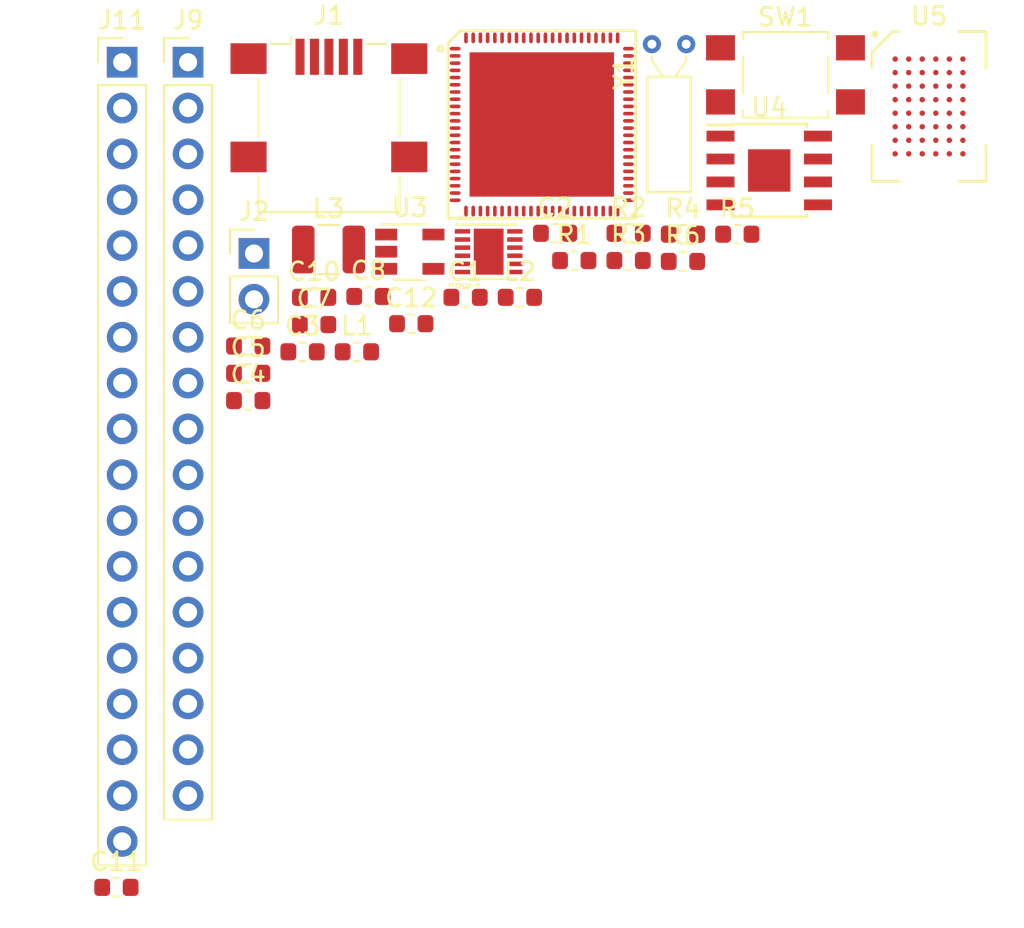
<source format=kicad_pcb>
(kicad_pcb (version 20171130) (host pcbnew 5.0.1-33cea8e~68~ubuntu14.04.1)

  (general
    (thickness 1.6)
    (drawings 0)
    (tracks 0)
    (zones 0)
    (modules 31)
    (nets 88)
  )

  (page A4)
  (layers
    (0 F.Cu signal)
    (31 B.Cu signal)
    (32 B.Adhes user)
    (33 F.Adhes user)
    (34 B.Paste user)
    (35 F.Paste user)
    (36 B.SilkS user)
    (37 F.SilkS user)
    (38 B.Mask user)
    (39 F.Mask user)
    (40 Dwgs.User user)
    (41 Cmts.User user)
    (42 Eco1.User user)
    (43 Eco2.User user)
    (44 Edge.Cuts user)
    (45 Margin user)
    (46 B.CrtYd user)
    (47 F.CrtYd user)
    (48 B.Fab user)
    (49 F.Fab user)
  )

  (setup
    (last_trace_width 0.25)
    (user_trace_width 0.16)
    (user_trace_width 0.2)
    (user_trace_width 0.5)
    (trace_clearance 0.2)
    (zone_clearance 0.2)
    (zone_45_only no)
    (trace_min 0.16)
    (segment_width 0.2)
    (edge_width 0.15)
    (via_size 0.8)
    (via_drill 0.4)
    (via_min_size 0.3)
    (via_min_drill 0.3)
    (uvia_size 0.3)
    (uvia_drill 0.1)
    (uvias_allowed no)
    (uvia_min_size 0.2)
    (uvia_min_drill 0.1)
    (pcb_text_width 0.3)
    (pcb_text_size 1.5 1.5)
    (mod_edge_width 0.15)
    (mod_text_size 1 1)
    (mod_text_width 0.15)
    (pad_size 1.524 1.524)
    (pad_drill 0.762)
    (pad_to_mask_clearance 0.051)
    (solder_mask_min_width 0.25)
    (aux_axis_origin 0 0)
    (visible_elements FFFFFF7F)
    (pcbplotparams
      (layerselection 0x010fc_ffffffff)
      (usegerberextensions true)
      (usegerberattributes false)
      (usegerberadvancedattributes false)
      (creategerberjobfile false)
      (excludeedgelayer true)
      (linewidth 0.100000)
      (plotframeref false)
      (viasonmask false)
      (mode 1)
      (useauxorigin false)
      (hpglpennumber 1)
      (hpglpenspeed 20)
      (hpglpendiameter 15.000000)
      (psnegative false)
      (psa4output false)
      (plotreference true)
      (plotvalue true)
      (plotinvisibletext false)
      (padsonsilk false)
      (subtractmaskfromsilk false)
      (outputformat 1)
      (mirror false)
      (drillshape 0)
      (scaleselection 1)
      (outputdirectory ""))
  )

  (net 0 "")
  (net 1 usb3)
  (net 2 usb2)
  (net 3 "Net-(J1-Pad6)")
  (net 4 1.8v)
  (net 5 a17)
  (net 6 a16)
  (net 7 a15)
  (net 8 a14)
  (net 9 a13)
  (net 10 a12)
  (net 11 a11)
  (net 12 a10)
  (net 13 a9)
  (net 14 a8)
  (net 15 a7)
  (net 16 a6)
  (net 17 a5)
  (net 18 a4)
  (net 19 a3)
  (net 20 a2)
  (net 21 a1)
  (net 22 a0)
  (net 23 d0)
  (net 24 d1)
  (net 25 d2)
  (net 26 d3)
  (net 27 d4)
  (net 28 d5)
  (net 29 d6)
  (net 30 d7)
  (net 31 d8)
  (net 32 d9)
  (net 33 d10)
  (net 34 d11)
  (net 35 d12)
  (net 36 d13)
  (net 37 d14)
  (net 38 d15)
  (net 39 d16)
  (net 40 "Net-(R1-Pad2)")
  (net 41 "Net-(R2-Pad2)")
  (net 42 517.17)
  (net 43 RESET)
  (net 44 "Net-(U2-Pad2)")
  (net 45 "Net-(U2-Pad6)")
  (net 46 "Net-(U2-Pad11)")
  (net 47 708.17)
  (net 48 708.1)
  (net 49 600.17)
  (net 50 500.17)
  (net 51 300.17)
  (net 52 300.1)
  (net 53 001.1)
  (net 54 001.17)
  (net 55 008.17)
  (net 56 008.5)
  (net 57 008.3)
  (net 58 008.1)
  (net 59 117.ai)
  (net 60 117.ao)
  (net 61 217.17)
  (net 62 317.17)
  (net 63 417.17)
  (net 64 617.a1)
  (net 65 617.ao)
  (net 66 717.ai)
  (net 67 717.ao)
  (net 68 709.ao)
  (net 69 709.ai)
  (net 70 705.1)
  (net 71 705.3)
  (net 72 705.5)
  (net 73 705.17)
  (net 74 701.17)
  (net 75 701.1)
  (net 76 100.17)
  (net 77 200.17)
  (net 78 713ai)
  (net 79 713.ao)
  (net 80 715.17)
  (net 81 "Net-(U2-Pad3)")
  (net 82 "Net-(L3-Pad1)")
  (net 83 CE2)
  (net 84 "Net-(U5-PadE3)")
  (net 85 "Net-(U5-PadH6)")
  (net 86 usb_vcc)
  (net 87 pwr_in)

  (net_class Default "This is the default net class."
    (clearance 0.2)
    (trace_width 0.25)
    (via_dia 0.8)
    (via_drill 0.4)
    (uvia_dia 0.3)
    (uvia_drill 0.1)
    (add_net 001.1)
    (add_net 001.17)
    (add_net 008.1)
    (add_net 008.17)
    (add_net 008.3)
    (add_net 008.5)
    (add_net 1.8v)
    (add_net 100.17)
    (add_net 117.ai)
    (add_net 117.ao)
    (add_net 200.17)
    (add_net 217.17)
    (add_net 300.1)
    (add_net 300.17)
    (add_net 317.17)
    (add_net 417.17)
    (add_net 500.17)
    (add_net 517.17)
    (add_net 600.17)
    (add_net 617.a1)
    (add_net 617.ao)
    (add_net 701.1)
    (add_net 701.17)
    (add_net 705.1)
    (add_net 705.17)
    (add_net 705.3)
    (add_net 705.5)
    (add_net 708.1)
    (add_net 708.17)
    (add_net 709.ai)
    (add_net 709.ao)
    (add_net 713.ao)
    (add_net 713ai)
    (add_net 715.17)
    (add_net 717.ai)
    (add_net 717.ao)
    (add_net CE2)
    (add_net "Net-(J1-Pad6)")
    (add_net "Net-(L3-Pad1)")
    (add_net "Net-(R1-Pad2)")
    (add_net "Net-(R2-Pad2)")
    (add_net "Net-(U2-Pad11)")
    (add_net "Net-(U2-Pad2)")
    (add_net "Net-(U2-Pad3)")
    (add_net "Net-(U2-Pad6)")
    (add_net "Net-(U5-PadE3)")
    (add_net "Net-(U5-PadH6)")
    (add_net RESET)
    (add_net a0)
    (add_net a1)
    (add_net a10)
    (add_net a11)
    (add_net a12)
    (add_net a13)
    (add_net a14)
    (add_net a15)
    (add_net a16)
    (add_net a17)
    (add_net a2)
    (add_net a3)
    (add_net a4)
    (add_net a5)
    (add_net a6)
    (add_net a7)
    (add_net a8)
    (add_net a9)
    (add_net d0)
    (add_net d1)
    (add_net d10)
    (add_net d11)
    (add_net d12)
    (add_net d13)
    (add_net d14)
    (add_net d15)
    (add_net d16)
    (add_net d2)
    (add_net d3)
    (add_net d4)
    (add_net d5)
    (add_net d6)
    (add_net d7)
    (add_net d8)
    (add_net d9)
    (add_net pwr_in)
    (add_net usb2)
    (add_net usb3)
    (add_net usb_vcc)
  )

  (module Capacitor_SMD:C_0603_1608Metric (layer F.Cu) (tedit 5B301BBE) (tstamp 5C28C2B2)
    (at 236.745001 43.557001)
    (descr "Capacitor SMD 0603 (1608 Metric), square (rectangular) end terminal, IPC_7351 nominal, (Body size source: http://www.tortai-tech.com/upload/download/2011102023233369053.pdf), generated with kicad-footprint-generator")
    (tags capacitor)
    (path /5BE0A794)
    (attr smd)
    (fp_text reference C1 (at 0 -1.43) (layer F.SilkS)
      (effects (font (size 1 1) (thickness 0.15)))
    )
    (fp_text value 47pF (at 0 1.43) (layer F.Fab)
      (effects (font (size 1 1) (thickness 0.15)))
    )
    (fp_line (start -0.8 0.4) (end -0.8 -0.4) (layer F.Fab) (width 0.1))
    (fp_line (start -0.8 -0.4) (end 0.8 -0.4) (layer F.Fab) (width 0.1))
    (fp_line (start 0.8 -0.4) (end 0.8 0.4) (layer F.Fab) (width 0.1))
    (fp_line (start 0.8 0.4) (end -0.8 0.4) (layer F.Fab) (width 0.1))
    (fp_line (start -0.162779 -0.51) (end 0.162779 -0.51) (layer F.SilkS) (width 0.12))
    (fp_line (start -0.162779 0.51) (end 0.162779 0.51) (layer F.SilkS) (width 0.12))
    (fp_line (start -1.48 0.73) (end -1.48 -0.73) (layer F.CrtYd) (width 0.05))
    (fp_line (start -1.48 -0.73) (end 1.48 -0.73) (layer F.CrtYd) (width 0.05))
    (fp_line (start 1.48 -0.73) (end 1.48 0.73) (layer F.CrtYd) (width 0.05))
    (fp_line (start 1.48 0.73) (end -1.48 0.73) (layer F.CrtYd) (width 0.05))
    (fp_text user %R (at 0 0) (layer F.Fab)
      (effects (font (size 0.4 0.4) (thickness 0.06)))
    )
    (pad 1 smd roundrect (at -0.7875 0) (size 0.875 0.95) (layers F.Cu F.Paste F.Mask) (roundrect_rratio 0.25)
      (net 1 usb3))
    (pad 2 smd roundrect (at 0.7875 0) (size 0.875 0.95) (layers F.Cu F.Paste F.Mask) (roundrect_rratio 0.25)
      (net 83 CE2))
    (model ${KISYS3DMOD}/Capacitor_SMD.3dshapes/C_0603_1608Metric.wrl
      (at (xyz 0 0 0))
      (scale (xyz 1 1 1))
      (rotate (xyz 0 0 0))
    )
  )

  (module Capacitor_SMD:C_0603_1608Metric (layer F.Cu) (tedit 5B301BBE) (tstamp 5C28C2C3)
    (at 241.705001 40.007001)
    (descr "Capacitor SMD 0603 (1608 Metric), square (rectangular) end terminal, IPC_7351 nominal, (Body size source: http://www.tortai-tech.com/upload/download/2011102023233369053.pdf), generated with kicad-footprint-generator")
    (tags capacitor)
    (path /5BE0BA45)
    (attr smd)
    (fp_text reference C2 (at 0 -1.43) (layer F.SilkS)
      (effects (font (size 1 1) (thickness 0.15)))
    )
    (fp_text value 47pF (at 0 1.43) (layer F.Fab)
      (effects (font (size 1 1) (thickness 0.15)))
    )
    (fp_text user %R (at 0 0) (layer F.Fab)
      (effects (font (size 0.4 0.4) (thickness 0.06)))
    )
    (fp_line (start 1.48 0.73) (end -1.48 0.73) (layer F.CrtYd) (width 0.05))
    (fp_line (start 1.48 -0.73) (end 1.48 0.73) (layer F.CrtYd) (width 0.05))
    (fp_line (start -1.48 -0.73) (end 1.48 -0.73) (layer F.CrtYd) (width 0.05))
    (fp_line (start -1.48 0.73) (end -1.48 -0.73) (layer F.CrtYd) (width 0.05))
    (fp_line (start -0.162779 0.51) (end 0.162779 0.51) (layer F.SilkS) (width 0.12))
    (fp_line (start -0.162779 -0.51) (end 0.162779 -0.51) (layer F.SilkS) (width 0.12))
    (fp_line (start 0.8 0.4) (end -0.8 0.4) (layer F.Fab) (width 0.1))
    (fp_line (start 0.8 -0.4) (end 0.8 0.4) (layer F.Fab) (width 0.1))
    (fp_line (start -0.8 -0.4) (end 0.8 -0.4) (layer F.Fab) (width 0.1))
    (fp_line (start -0.8 0.4) (end -0.8 -0.4) (layer F.Fab) (width 0.1))
    (pad 2 smd roundrect (at 0.7875 0) (size 0.875 0.95) (layers F.Cu F.Paste F.Mask) (roundrect_rratio 0.25)
      (net 83 CE2))
    (pad 1 smd roundrect (at -0.7875 0) (size 0.875 0.95) (layers F.Cu F.Paste F.Mask) (roundrect_rratio 0.25)
      (net 2 usb2))
    (model ${KISYS3DMOD}/Capacitor_SMD.3dshapes/C_0603_1608Metric.wrl
      (at (xyz 0 0 0))
      (scale (xyz 1 1 1))
      (rotate (xyz 0 0 0))
    )
  )

  (module Capacitor_SMD:C_0603_1608Metric (layer F.Cu) (tedit 5B301BBE) (tstamp 5C28C2D4)
    (at 227.715001 46.577001)
    (descr "Capacitor SMD 0603 (1608 Metric), square (rectangular) end terminal, IPC_7351 nominal, (Body size source: http://www.tortai-tech.com/upload/download/2011102023233369053.pdf), generated with kicad-footprint-generator")
    (tags capacitor)
    (path /5BE15097)
    (attr smd)
    (fp_text reference C3 (at 0 -1.43) (layer F.SilkS)
      (effects (font (size 1 1) (thickness 0.15)))
    )
    (fp_text value 0.1mF (at 0 1.43) (layer F.Fab)
      (effects (font (size 1 1) (thickness 0.15)))
    )
    (fp_text user %R (at 0 0) (layer F.Fab)
      (effects (font (size 0.4 0.4) (thickness 0.06)))
    )
    (fp_line (start 1.48 0.73) (end -1.48 0.73) (layer F.CrtYd) (width 0.05))
    (fp_line (start 1.48 -0.73) (end 1.48 0.73) (layer F.CrtYd) (width 0.05))
    (fp_line (start -1.48 -0.73) (end 1.48 -0.73) (layer F.CrtYd) (width 0.05))
    (fp_line (start -1.48 0.73) (end -1.48 -0.73) (layer F.CrtYd) (width 0.05))
    (fp_line (start -0.162779 0.51) (end 0.162779 0.51) (layer F.SilkS) (width 0.12))
    (fp_line (start -0.162779 -0.51) (end 0.162779 -0.51) (layer F.SilkS) (width 0.12))
    (fp_line (start 0.8 0.4) (end -0.8 0.4) (layer F.Fab) (width 0.1))
    (fp_line (start 0.8 -0.4) (end 0.8 0.4) (layer F.Fab) (width 0.1))
    (fp_line (start -0.8 -0.4) (end 0.8 -0.4) (layer F.Fab) (width 0.1))
    (fp_line (start -0.8 0.4) (end -0.8 -0.4) (layer F.Fab) (width 0.1))
    (pad 2 smd roundrect (at 0.7875 0) (size 0.875 0.95) (layers F.Cu F.Paste F.Mask) (roundrect_rratio 0.25)
      (net 83 CE2))
    (pad 1 smd roundrect (at -0.7875 0) (size 0.875 0.95) (layers F.Cu F.Paste F.Mask) (roundrect_rratio 0.25)
      (net 4 1.8v))
    (model ${KISYS3DMOD}/Capacitor_SMD.3dshapes/C_0603_1608Metric.wrl
      (at (xyz 0 0 0))
      (scale (xyz 1 1 1))
      (rotate (xyz 0 0 0))
    )
  )

  (module Capacitor_SMD:C_0603_1608Metric (layer F.Cu) (tedit 5B301BBE) (tstamp 5C28C2E5)
    (at 224.705001 49.277001)
    (descr "Capacitor SMD 0603 (1608 Metric), square (rectangular) end terminal, IPC_7351 nominal, (Body size source: http://www.tortai-tech.com/upload/download/2011102023233369053.pdf), generated with kicad-footprint-generator")
    (tags capacitor)
    (path /5BE13437)
    (attr smd)
    (fp_text reference C4 (at 0 -1.43) (layer F.SilkS)
      (effects (font (size 1 1) (thickness 0.15)))
    )
    (fp_text value 0.1mF (at 0 1.43) (layer F.Fab)
      (effects (font (size 1 1) (thickness 0.15)))
    )
    (fp_line (start -0.8 0.4) (end -0.8 -0.4) (layer F.Fab) (width 0.1))
    (fp_line (start -0.8 -0.4) (end 0.8 -0.4) (layer F.Fab) (width 0.1))
    (fp_line (start 0.8 -0.4) (end 0.8 0.4) (layer F.Fab) (width 0.1))
    (fp_line (start 0.8 0.4) (end -0.8 0.4) (layer F.Fab) (width 0.1))
    (fp_line (start -0.162779 -0.51) (end 0.162779 -0.51) (layer F.SilkS) (width 0.12))
    (fp_line (start -0.162779 0.51) (end 0.162779 0.51) (layer F.SilkS) (width 0.12))
    (fp_line (start -1.48 0.73) (end -1.48 -0.73) (layer F.CrtYd) (width 0.05))
    (fp_line (start -1.48 -0.73) (end 1.48 -0.73) (layer F.CrtYd) (width 0.05))
    (fp_line (start 1.48 -0.73) (end 1.48 0.73) (layer F.CrtYd) (width 0.05))
    (fp_line (start 1.48 0.73) (end -1.48 0.73) (layer F.CrtYd) (width 0.05))
    (fp_text user %R (at 0 0) (layer F.Fab)
      (effects (font (size 0.4 0.4) (thickness 0.06)))
    )
    (pad 1 smd roundrect (at -0.7875 0) (size 0.875 0.95) (layers F.Cu F.Paste F.Mask) (roundrect_rratio 0.25)
      (net 4 1.8v))
    (pad 2 smd roundrect (at 0.7875 0) (size 0.875 0.95) (layers F.Cu F.Paste F.Mask) (roundrect_rratio 0.25)
      (net 83 CE2))
    (model ${KISYS3DMOD}/Capacitor_SMD.3dshapes/C_0603_1608Metric.wrl
      (at (xyz 0 0 0))
      (scale (xyz 1 1 1))
      (rotate (xyz 0 0 0))
    )
  )

  (module Capacitor_SMD:C_0603_1608Metric (layer F.Cu) (tedit 5B301BBE) (tstamp 5C28C2F6)
    (at 224.705001 47.767001)
    (descr "Capacitor SMD 0603 (1608 Metric), square (rectangular) end terminal, IPC_7351 nominal, (Body size source: http://www.tortai-tech.com/upload/download/2011102023233369053.pdf), generated with kicad-footprint-generator")
    (tags capacitor)
    (path /5BE150CF)
    (attr smd)
    (fp_text reference C5 (at 0 -1.43) (layer F.SilkS)
      (effects (font (size 1 1) (thickness 0.15)))
    )
    (fp_text value 0.1mF (at 0 1.43) (layer F.Fab)
      (effects (font (size 1 1) (thickness 0.15)))
    )
    (fp_line (start -0.8 0.4) (end -0.8 -0.4) (layer F.Fab) (width 0.1))
    (fp_line (start -0.8 -0.4) (end 0.8 -0.4) (layer F.Fab) (width 0.1))
    (fp_line (start 0.8 -0.4) (end 0.8 0.4) (layer F.Fab) (width 0.1))
    (fp_line (start 0.8 0.4) (end -0.8 0.4) (layer F.Fab) (width 0.1))
    (fp_line (start -0.162779 -0.51) (end 0.162779 -0.51) (layer F.SilkS) (width 0.12))
    (fp_line (start -0.162779 0.51) (end 0.162779 0.51) (layer F.SilkS) (width 0.12))
    (fp_line (start -1.48 0.73) (end -1.48 -0.73) (layer F.CrtYd) (width 0.05))
    (fp_line (start -1.48 -0.73) (end 1.48 -0.73) (layer F.CrtYd) (width 0.05))
    (fp_line (start 1.48 -0.73) (end 1.48 0.73) (layer F.CrtYd) (width 0.05))
    (fp_line (start 1.48 0.73) (end -1.48 0.73) (layer F.CrtYd) (width 0.05))
    (fp_text user %R (at 0 0) (layer F.Fab)
      (effects (font (size 0.4 0.4) (thickness 0.06)))
    )
    (pad 1 smd roundrect (at -0.7875 0) (size 0.875 0.95) (layers F.Cu F.Paste F.Mask) (roundrect_rratio 0.25)
      (net 4 1.8v))
    (pad 2 smd roundrect (at 0.7875 0) (size 0.875 0.95) (layers F.Cu F.Paste F.Mask) (roundrect_rratio 0.25)
      (net 83 CE2))
    (model ${KISYS3DMOD}/Capacitor_SMD.3dshapes/C_0603_1608Metric.wrl
      (at (xyz 0 0 0))
      (scale (xyz 1 1 1))
      (rotate (xyz 0 0 0))
    )
  )

  (module Capacitor_SMD:C_0603_1608Metric (layer F.Cu) (tedit 5B301BBE) (tstamp 5C28C307)
    (at 224.705001 46.257001)
    (descr "Capacitor SMD 0603 (1608 Metric), square (rectangular) end terminal, IPC_7351 nominal, (Body size source: http://www.tortai-tech.com/upload/download/2011102023233369053.pdf), generated with kicad-footprint-generator")
    (tags capacitor)
    (path /5BE1510F)
    (attr smd)
    (fp_text reference C6 (at 0 -1.43) (layer F.SilkS)
      (effects (font (size 1 1) (thickness 0.15)))
    )
    (fp_text value 0.1mF (at 0 1.43) (layer F.Fab)
      (effects (font (size 1 1) (thickness 0.15)))
    )
    (fp_text user %R (at 0 0) (layer F.Fab)
      (effects (font (size 0.4 0.4) (thickness 0.06)))
    )
    (fp_line (start 1.48 0.73) (end -1.48 0.73) (layer F.CrtYd) (width 0.05))
    (fp_line (start 1.48 -0.73) (end 1.48 0.73) (layer F.CrtYd) (width 0.05))
    (fp_line (start -1.48 -0.73) (end 1.48 -0.73) (layer F.CrtYd) (width 0.05))
    (fp_line (start -1.48 0.73) (end -1.48 -0.73) (layer F.CrtYd) (width 0.05))
    (fp_line (start -0.162779 0.51) (end 0.162779 0.51) (layer F.SilkS) (width 0.12))
    (fp_line (start -0.162779 -0.51) (end 0.162779 -0.51) (layer F.SilkS) (width 0.12))
    (fp_line (start 0.8 0.4) (end -0.8 0.4) (layer F.Fab) (width 0.1))
    (fp_line (start 0.8 -0.4) (end 0.8 0.4) (layer F.Fab) (width 0.1))
    (fp_line (start -0.8 -0.4) (end 0.8 -0.4) (layer F.Fab) (width 0.1))
    (fp_line (start -0.8 0.4) (end -0.8 -0.4) (layer F.Fab) (width 0.1))
    (pad 2 smd roundrect (at 0.7875 0) (size 0.875 0.95) (layers F.Cu F.Paste F.Mask) (roundrect_rratio 0.25)
      (net 83 CE2))
    (pad 1 smd roundrect (at -0.7875 0) (size 0.875 0.95) (layers F.Cu F.Paste F.Mask) (roundrect_rratio 0.25)
      (net 4 1.8v))
    (model ${KISYS3DMOD}/Capacitor_SMD.3dshapes/C_0603_1608Metric.wrl
      (at (xyz 0 0 0))
      (scale (xyz 1 1 1))
      (rotate (xyz 0 0 0))
    )
  )

  (module Capacitor_SMD:C_0603_1608Metric (layer F.Cu) (tedit 5B301BBE) (tstamp 5C28C318)
    (at 228.355001 45.067001)
    (descr "Capacitor SMD 0603 (1608 Metric), square (rectangular) end terminal, IPC_7351 nominal, (Body size source: http://www.tortai-tech.com/upload/download/2011102023233369053.pdf), generated with kicad-footprint-generator")
    (tags capacitor)
    (path /5BE158BF)
    (attr smd)
    (fp_text reference C7 (at 0 -1.43) (layer F.SilkS)
      (effects (font (size 1 1) (thickness 0.15)))
    )
    (fp_text value 0.1mF (at 0 1.43) (layer F.Fab)
      (effects (font (size 1 1) (thickness 0.15)))
    )
    (fp_line (start -0.8 0.4) (end -0.8 -0.4) (layer F.Fab) (width 0.1))
    (fp_line (start -0.8 -0.4) (end 0.8 -0.4) (layer F.Fab) (width 0.1))
    (fp_line (start 0.8 -0.4) (end 0.8 0.4) (layer F.Fab) (width 0.1))
    (fp_line (start 0.8 0.4) (end -0.8 0.4) (layer F.Fab) (width 0.1))
    (fp_line (start -0.162779 -0.51) (end 0.162779 -0.51) (layer F.SilkS) (width 0.12))
    (fp_line (start -0.162779 0.51) (end 0.162779 0.51) (layer F.SilkS) (width 0.12))
    (fp_line (start -1.48 0.73) (end -1.48 -0.73) (layer F.CrtYd) (width 0.05))
    (fp_line (start -1.48 -0.73) (end 1.48 -0.73) (layer F.CrtYd) (width 0.05))
    (fp_line (start 1.48 -0.73) (end 1.48 0.73) (layer F.CrtYd) (width 0.05))
    (fp_line (start 1.48 0.73) (end -1.48 0.73) (layer F.CrtYd) (width 0.05))
    (fp_text user %R (at 0 0) (layer F.Fab)
      (effects (font (size 0.4 0.4) (thickness 0.06)))
    )
    (pad 1 smd roundrect (at -0.7875 0) (size 0.875 0.95) (layers F.Cu F.Paste F.Mask) (roundrect_rratio 0.25)
      (net 4 1.8v))
    (pad 2 smd roundrect (at 0.7875 0) (size 0.875 0.95) (layers F.Cu F.Paste F.Mask) (roundrect_rratio 0.25)
      (net 83 CE2))
    (model ${KISYS3DMOD}/Capacitor_SMD.3dshapes/C_0603_1608Metric.wrl
      (at (xyz 0 0 0))
      (scale (xyz 1 1 1))
      (rotate (xyz 0 0 0))
    )
  )

  (module Capacitor_SMD:C_0603_1608Metric (layer F.Cu) (tedit 5B301BBE) (tstamp 5C28C329)
    (at 231.365001 43.507001)
    (descr "Capacitor SMD 0603 (1608 Metric), square (rectangular) end terminal, IPC_7351 nominal, (Body size source: http://www.tortai-tech.com/upload/download/2011102023233369053.pdf), generated with kicad-footprint-generator")
    (tags capacitor)
    (path /5C8430C2)
    (attr smd)
    (fp_text reference C8 (at 0 -1.43) (layer F.SilkS)
      (effects (font (size 1 1) (thickness 0.15)))
    )
    (fp_text value 4.7mf (at 0 1.43) (layer F.Fab)
      (effects (font (size 1 1) (thickness 0.15)))
    )
    (fp_text user %R (at 0 0) (layer F.Fab)
      (effects (font (size 0.4 0.4) (thickness 0.06)))
    )
    (fp_line (start 1.48 0.73) (end -1.48 0.73) (layer F.CrtYd) (width 0.05))
    (fp_line (start 1.48 -0.73) (end 1.48 0.73) (layer F.CrtYd) (width 0.05))
    (fp_line (start -1.48 -0.73) (end 1.48 -0.73) (layer F.CrtYd) (width 0.05))
    (fp_line (start -1.48 0.73) (end -1.48 -0.73) (layer F.CrtYd) (width 0.05))
    (fp_line (start -0.162779 0.51) (end 0.162779 0.51) (layer F.SilkS) (width 0.12))
    (fp_line (start -0.162779 -0.51) (end 0.162779 -0.51) (layer F.SilkS) (width 0.12))
    (fp_line (start 0.8 0.4) (end -0.8 0.4) (layer F.Fab) (width 0.1))
    (fp_line (start 0.8 -0.4) (end 0.8 0.4) (layer F.Fab) (width 0.1))
    (fp_line (start -0.8 -0.4) (end 0.8 -0.4) (layer F.Fab) (width 0.1))
    (fp_line (start -0.8 0.4) (end -0.8 -0.4) (layer F.Fab) (width 0.1))
    (pad 2 smd roundrect (at 0.7875 0) (size 0.875 0.95) (layers F.Cu F.Paste F.Mask) (roundrect_rratio 0.25)
      (net 4 1.8v))
    (pad 1 smd roundrect (at -0.7875 0) (size 0.875 0.95) (layers F.Cu F.Paste F.Mask) (roundrect_rratio 0.25)
      (net 83 CE2))
    (model ${KISYS3DMOD}/Capacitor_SMD.3dshapes/C_0603_1608Metric.wrl
      (at (xyz 0 0 0))
      (scale (xyz 1 1 1))
      (rotate (xyz 0 0 0))
    )
  )

  (module Capacitor_SMD:C_0603_1608Metric (layer F.Cu) (tedit 5B301BBE) (tstamp 5C28C33A)
    (at 228.355001 43.557001)
    (descr "Capacitor SMD 0603 (1608 Metric), square (rectangular) end terminal, IPC_7351 nominal, (Body size source: http://www.tortai-tech.com/upload/download/2011102023233369053.pdf), generated with kicad-footprint-generator")
    (tags capacitor)
    (path /5CCE3D6E)
    (attr smd)
    (fp_text reference C10 (at 0 -1.43) (layer F.SilkS)
      (effects (font (size 1 1) (thickness 0.15)))
    )
    (fp_text value 47pF (at 0 1.43) (layer F.Fab)
      (effects (font (size 1 1) (thickness 0.15)))
    )
    (fp_line (start -0.8 0.4) (end -0.8 -0.4) (layer F.Fab) (width 0.1))
    (fp_line (start -0.8 -0.4) (end 0.8 -0.4) (layer F.Fab) (width 0.1))
    (fp_line (start 0.8 -0.4) (end 0.8 0.4) (layer F.Fab) (width 0.1))
    (fp_line (start 0.8 0.4) (end -0.8 0.4) (layer F.Fab) (width 0.1))
    (fp_line (start -0.162779 -0.51) (end 0.162779 -0.51) (layer F.SilkS) (width 0.12))
    (fp_line (start -0.162779 0.51) (end 0.162779 0.51) (layer F.SilkS) (width 0.12))
    (fp_line (start -1.48 0.73) (end -1.48 -0.73) (layer F.CrtYd) (width 0.05))
    (fp_line (start -1.48 -0.73) (end 1.48 -0.73) (layer F.CrtYd) (width 0.05))
    (fp_line (start 1.48 -0.73) (end 1.48 0.73) (layer F.CrtYd) (width 0.05))
    (fp_line (start 1.48 0.73) (end -1.48 0.73) (layer F.CrtYd) (width 0.05))
    (fp_text user %R (at 0 0) (layer F.Fab)
      (effects (font (size 0.4 0.4) (thickness 0.06)))
    )
    (pad 1 smd roundrect (at -0.7875 0) (size 0.875 0.95) (layers F.Cu F.Paste F.Mask) (roundrect_rratio 0.25)
      (net 83 CE2))
    (pad 2 smd roundrect (at 0.7875 0) (size 0.875 0.95) (layers F.Cu F.Paste F.Mask) (roundrect_rratio 0.25)
      (net 43 RESET))
    (model ${KISYS3DMOD}/Capacitor_SMD.3dshapes/C_0603_1608Metric.wrl
      (at (xyz 0 0 0))
      (scale (xyz 1 1 1))
      (rotate (xyz 0 0 0))
    )
  )

  (module Capacitor_SMD:C_0603_1608Metric (layer F.Cu) (tedit 5B301BBE) (tstamp 5C28C34B)
    (at 217.405001 76.257001)
    (descr "Capacitor SMD 0603 (1608 Metric), square (rectangular) end terminal, IPC_7351 nominal, (Body size source: http://www.tortai-tech.com/upload/download/2011102023233369053.pdf), generated with kicad-footprint-generator")
    (tags capacitor)
    (path /5BEC7D45)
    (attr smd)
    (fp_text reference C11 (at 0 -1.43) (layer F.SilkS)
      (effects (font (size 1 1) (thickness 0.15)))
    )
    (fp_text value 4.7mF (at 0 1.43) (layer F.Fab)
      (effects (font (size 1 1) (thickness 0.15)))
    )
    (fp_text user %R (at 0 0) (layer F.Fab)
      (effects (font (size 0.4 0.4) (thickness 0.06)))
    )
    (fp_line (start 1.48 0.73) (end -1.48 0.73) (layer F.CrtYd) (width 0.05))
    (fp_line (start 1.48 -0.73) (end 1.48 0.73) (layer F.CrtYd) (width 0.05))
    (fp_line (start -1.48 -0.73) (end 1.48 -0.73) (layer F.CrtYd) (width 0.05))
    (fp_line (start -1.48 0.73) (end -1.48 -0.73) (layer F.CrtYd) (width 0.05))
    (fp_line (start -0.162779 0.51) (end 0.162779 0.51) (layer F.SilkS) (width 0.12))
    (fp_line (start -0.162779 -0.51) (end 0.162779 -0.51) (layer F.SilkS) (width 0.12))
    (fp_line (start 0.8 0.4) (end -0.8 0.4) (layer F.Fab) (width 0.1))
    (fp_line (start 0.8 -0.4) (end 0.8 0.4) (layer F.Fab) (width 0.1))
    (fp_line (start -0.8 -0.4) (end 0.8 -0.4) (layer F.Fab) (width 0.1))
    (fp_line (start -0.8 0.4) (end -0.8 -0.4) (layer F.Fab) (width 0.1))
    (pad 2 smd roundrect (at 0.7875 0) (size 0.875 0.95) (layers F.Cu F.Paste F.Mask) (roundrect_rratio 0.25)
      (net 86 usb_vcc))
    (pad 1 smd roundrect (at -0.7875 0) (size 0.875 0.95) (layers F.Cu F.Paste F.Mask) (roundrect_rratio 0.25)
      (net 83 CE2))
    (model ${KISYS3DMOD}/Capacitor_SMD.3dshapes/C_0603_1608Metric.wrl
      (at (xyz 0 0 0))
      (scale (xyz 1 1 1))
      (rotate (xyz 0 0 0))
    )
  )

  (module Capacitor_SMD:C_0603_1608Metric (layer F.Cu) (tedit 5B301BBE) (tstamp 5C28C35C)
    (at 233.735001 45.017001)
    (descr "Capacitor SMD 0603 (1608 Metric), square (rectangular) end terminal, IPC_7351 nominal, (Body size source: http://www.tortai-tech.com/upload/download/2011102023233369053.pdf), generated with kicad-footprint-generator")
    (tags capacitor)
    (path /5BF94155)
    (attr smd)
    (fp_text reference C12 (at 0 -1.43) (layer F.SilkS)
      (effects (font (size 1 1) (thickness 0.15)))
    )
    (fp_text value 10mF (at 0 1.43) (layer F.Fab)
      (effects (font (size 1 1) (thickness 0.15)))
    )
    (fp_line (start -0.8 0.4) (end -0.8 -0.4) (layer F.Fab) (width 0.1))
    (fp_line (start -0.8 -0.4) (end 0.8 -0.4) (layer F.Fab) (width 0.1))
    (fp_line (start 0.8 -0.4) (end 0.8 0.4) (layer F.Fab) (width 0.1))
    (fp_line (start 0.8 0.4) (end -0.8 0.4) (layer F.Fab) (width 0.1))
    (fp_line (start -0.162779 -0.51) (end 0.162779 -0.51) (layer F.SilkS) (width 0.12))
    (fp_line (start -0.162779 0.51) (end 0.162779 0.51) (layer F.SilkS) (width 0.12))
    (fp_line (start -1.48 0.73) (end -1.48 -0.73) (layer F.CrtYd) (width 0.05))
    (fp_line (start -1.48 -0.73) (end 1.48 -0.73) (layer F.CrtYd) (width 0.05))
    (fp_line (start 1.48 -0.73) (end 1.48 0.73) (layer F.CrtYd) (width 0.05))
    (fp_line (start 1.48 0.73) (end -1.48 0.73) (layer F.CrtYd) (width 0.05))
    (fp_text user %R (at 0 0) (layer F.Fab)
      (effects (font (size 0.4 0.4) (thickness 0.06)))
    )
    (pad 1 smd roundrect (at -0.7875 0) (size 0.875 0.95) (layers F.Cu F.Paste F.Mask) (roundrect_rratio 0.25)
      (net 4 1.8v))
    (pad 2 smd roundrect (at 0.7875 0) (size 0.875 0.95) (layers F.Cu F.Paste F.Mask) (roundrect_rratio 0.25)
      (net 83 CE2))
    (model ${KISYS3DMOD}/Capacitor_SMD.3dshapes/C_0603_1608Metric.wrl
      (at (xyz 0 0 0))
      (scale (xyz 1 1 1))
      (rotate (xyz 0 0 0))
    )
  )

  (module Connector_USB:USB_Mini-B_Lumberg_2486_01_Horizontal (layer F.Cu) (tedit 5AC6B535) (tstamp 5C28C38E)
    (at 229.175001 32.927001)
    (descr "USB Mini-B 5-pin SMD connector, http://downloads.lumberg.com/datenblaetter/en/2486_01.pdf")
    (tags "USB USB_B USB_Mini connector")
    (path /5BE099FC)
    (attr smd)
    (fp_text reference J1 (at 0 -5) (layer F.SilkS)
      (effects (font (size 1 1) (thickness 0.15)))
    )
    (fp_text value USB_OTG (at 0 7.5) (layer F.Fab)
      (effects (font (size 1 1) (thickness 0.15)))
    )
    (fp_line (start 2.35 -4.2) (end -2.35 -4.2) (layer F.CrtYd) (width 0.05))
    (fp_line (start 2.35 -3.95) (end 2.35 -4.2) (layer F.CrtYd) (width 0.05))
    (fp_line (start 4.35 1.5) (end 5.95 1.5) (layer F.CrtYd) (width 0.05))
    (fp_line (start 4.35 4.2) (end 5.95 4.2) (layer F.CrtYd) (width 0.05))
    (fp_line (start 4.35 6.35) (end 4.35 4.2) (layer F.CrtYd) (width 0.05))
    (fp_line (start 3.91 5.91) (end -3.91 5.91) (layer F.SilkS) (width 0.12))
    (fp_line (start -1.6 -2.85) (end -1.25 -3.35) (layer F.Fab) (width 0.1))
    (fp_line (start -2.11 -3.41) (end -2.11 -3.84) (layer F.SilkS) (width 0.12))
    (fp_text user %R (at 0 1.6 180) (layer F.Fab)
      (effects (font (size 1 1) (thickness 0.15)))
    )
    (fp_line (start 3.91 5.91) (end 3.91 3.96) (layer F.SilkS) (width 0.12))
    (fp_line (start 3.91 1.74) (end 3.91 -1.49) (layer F.SilkS) (width 0.12))
    (fp_line (start 2.11 -3.41) (end 3.19 -3.41) (layer F.SilkS) (width 0.12))
    (fp_line (start -3.19 -3.41) (end -2.11 -3.41) (layer F.SilkS) (width 0.12))
    (fp_line (start -3.91 1.74) (end -3.91 -1.49) (layer F.SilkS) (width 0.12))
    (fp_line (start -3.91 5.91) (end -3.91 3.96) (layer F.SilkS) (width 0.12))
    (fp_line (start 3.85 5.85) (end 3.85 -3.35) (layer F.Fab) (width 0.1))
    (fp_line (start -3.85 5.85) (end 3.85 5.85) (layer F.Fab) (width 0.1))
    (fp_line (start -3.85 -3.35) (end -3.85 5.85) (layer F.Fab) (width 0.1))
    (fp_line (start -3.85 -3.35) (end 3.85 -3.35) (layer F.Fab) (width 0.1))
    (fp_line (start -4.35 6.35) (end 4.35 6.35) (layer F.CrtYd) (width 0.05))
    (fp_line (start 5.95 -3.95) (end 2.35 -3.95) (layer F.CrtYd) (width 0.05))
    (fp_line (start 5.95 1.5) (end 5.95 4.2) (layer F.CrtYd) (width 0.05))
    (fp_line (start -1.95 -3.35) (end -1.6 -2.85) (layer F.Fab) (width 0.1))
    (fp_line (start 4.35 -1.25) (end 4.35 1.5) (layer F.CrtYd) (width 0.05))
    (fp_line (start 4.35 -1.25) (end 5.95 -1.25) (layer F.CrtYd) (width 0.05))
    (fp_line (start 5.95 -3.95) (end 5.95 -1.25) (layer F.CrtYd) (width 0.05))
    (fp_line (start -2.35 -3.95) (end -2.35 -4.2) (layer F.CrtYd) (width 0.05))
    (fp_line (start -5.95 -3.95) (end -2.35 -3.95) (layer F.CrtYd) (width 0.05))
    (fp_line (start -5.95 -3.95) (end -5.95 -1.25) (layer F.CrtYd) (width 0.05))
    (fp_line (start -4.35 -1.25) (end -5.95 -1.25) (layer F.CrtYd) (width 0.05))
    (fp_line (start -4.35 -1.25) (end -4.35 1.5) (layer F.CrtYd) (width 0.05))
    (fp_line (start -4.35 1.5) (end -5.95 1.5) (layer F.CrtYd) (width 0.05))
    (fp_line (start -5.95 1.5) (end -5.95 4.2) (layer F.CrtYd) (width 0.05))
    (fp_line (start -4.35 4.2) (end -5.95 4.2) (layer F.CrtYd) (width 0.05))
    (fp_line (start -4.35 6.35) (end -4.35 4.2) (layer F.CrtYd) (width 0.05))
    (pad 1 smd rect (at -1.6 -2.7) (size 0.5 2) (layers F.Cu F.Paste F.Mask)
      (net 87 pwr_in))
    (pad 2 smd rect (at -0.8 -2.7) (size 0.5 2) (layers F.Cu F.Paste F.Mask)
      (net 2 usb2))
    (pad 3 smd rect (at 0 -2.7) (size 0.5 2) (layers F.Cu F.Paste F.Mask)
      (net 1 usb3))
    (pad 4 smd rect (at 0.8 -2.7) (size 0.5 2) (layers F.Cu F.Paste F.Mask)
      (net 83 CE2))
    (pad 5 smd rect (at 1.6 -2.7) (size 0.5 2) (layers F.Cu F.Paste F.Mask)
      (net 83 CE2))
    (pad 6 smd rect (at -4.45 -2.6) (size 2 1.7) (layers F.Cu F.Paste F.Mask)
      (net 3 "Net-(J1-Pad6)"))
    (pad 6 smd rect (at -4.45 2.85) (size 2 1.7) (layers F.Cu F.Paste F.Mask)
      (net 3 "Net-(J1-Pad6)"))
    (pad 6 smd rect (at 4.45 -2.6) (size 2 1.7) (layers F.Cu F.Paste F.Mask)
      (net 3 "Net-(J1-Pad6)"))
    (pad 6 smd rect (at 4.45 2.85) (size 2 1.7) (layers F.Cu F.Paste F.Mask)
      (net 3 "Net-(J1-Pad6)"))
    (pad "" np_thru_hole circle (at -2.2 0) (size 1 1) (drill 1) (layers *.Cu *.Mask))
    (pad "" np_thru_hole circle (at 2.2 0) (size 1 1) (drill 1) (layers *.Cu *.Mask))
    (model ${KISYS3DMOD}/Connector_USB.3dshapes/USB_Mini-B_Lumberg_2486_01_Horizontal.wrl
      (at (xyz 0 0 0))
      (scale (xyz 1 1 1))
      (rotate (xyz 0 0 0))
    )
  )

  (module Connector_PinHeader_2.54mm:PinHeader_1x02_P2.54mm_Vertical (layer F.Cu) (tedit 59FED5CC) (tstamp 5C28C3A4)
    (at 225.025001 41.127001)
    (descr "Through hole straight pin header, 1x02, 2.54mm pitch, single row")
    (tags "Through hole pin header THT 1x02 2.54mm single row")
    (path /5CB0ECCC)
    (fp_text reference J2 (at 0 -2.33) (layer F.SilkS)
      (effects (font (size 1 1) (thickness 0.15)))
    )
    (fp_text value "power in" (at 0 4.87) (layer F.Fab)
      (effects (font (size 1 1) (thickness 0.15)))
    )
    (fp_line (start -0.635 -1.27) (end 1.27 -1.27) (layer F.Fab) (width 0.1))
    (fp_line (start 1.27 -1.27) (end 1.27 3.81) (layer F.Fab) (width 0.1))
    (fp_line (start 1.27 3.81) (end -1.27 3.81) (layer F.Fab) (width 0.1))
    (fp_line (start -1.27 3.81) (end -1.27 -0.635) (layer F.Fab) (width 0.1))
    (fp_line (start -1.27 -0.635) (end -0.635 -1.27) (layer F.Fab) (width 0.1))
    (fp_line (start -1.33 3.87) (end 1.33 3.87) (layer F.SilkS) (width 0.12))
    (fp_line (start -1.33 1.27) (end -1.33 3.87) (layer F.SilkS) (width 0.12))
    (fp_line (start 1.33 1.27) (end 1.33 3.87) (layer F.SilkS) (width 0.12))
    (fp_line (start -1.33 1.27) (end 1.33 1.27) (layer F.SilkS) (width 0.12))
    (fp_line (start -1.33 0) (end -1.33 -1.33) (layer F.SilkS) (width 0.12))
    (fp_line (start -1.33 -1.33) (end 0 -1.33) (layer F.SilkS) (width 0.12))
    (fp_line (start -1.8 -1.8) (end -1.8 4.35) (layer F.CrtYd) (width 0.05))
    (fp_line (start -1.8 4.35) (end 1.8 4.35) (layer F.CrtYd) (width 0.05))
    (fp_line (start 1.8 4.35) (end 1.8 -1.8) (layer F.CrtYd) (width 0.05))
    (fp_line (start 1.8 -1.8) (end -1.8 -1.8) (layer F.CrtYd) (width 0.05))
    (fp_text user %R (at 0 1.27 90) (layer F.Fab)
      (effects (font (size 1 1) (thickness 0.15)))
    )
    (pad 1 thru_hole rect (at 0 0) (size 1.7 1.7) (drill 1) (layers *.Cu *.Mask)
      (net 87 pwr_in))
    (pad 2 thru_hole oval (at 0 2.54) (size 1.7 1.7) (drill 1) (layers *.Cu *.Mask)
      (net 83 CE2))
    (model ${KISYS3DMOD}/Connector_PinHeader_2.54mm.3dshapes/PinHeader_1x02_P2.54mm_Vertical.wrl
      (at (xyz 0 0 0))
      (scale (xyz 1 1 1))
      (rotate (xyz 0 0 0))
    )
  )

  (module Connector_PinHeader_2.54mm:PinHeader_1x17_P2.54mm_Vertical (layer F.Cu) (tedit 59FED5CC) (tstamp 5C28C3C9)
    (at 221.375001 30.527001)
    (descr "Through hole straight pin header, 1x17, 2.54mm pitch, single row")
    (tags "Through hole pin header THT 1x17 2.54mm single row")
    (path /5CB7C03A)
    (fp_text reference J9 (at 0 -2.33) (layer F.SilkS)
      (effects (font (size 1 1) (thickness 0.15)))
    )
    (fp_text value Conn_01x17_Male (at 0 42.97) (layer F.Fab)
      (effects (font (size 1 1) (thickness 0.15)))
    )
    (fp_line (start -0.635 -1.27) (end 1.27 -1.27) (layer F.Fab) (width 0.1))
    (fp_line (start 1.27 -1.27) (end 1.27 41.91) (layer F.Fab) (width 0.1))
    (fp_line (start 1.27 41.91) (end -1.27 41.91) (layer F.Fab) (width 0.1))
    (fp_line (start -1.27 41.91) (end -1.27 -0.635) (layer F.Fab) (width 0.1))
    (fp_line (start -1.27 -0.635) (end -0.635 -1.27) (layer F.Fab) (width 0.1))
    (fp_line (start -1.33 41.97) (end 1.33 41.97) (layer F.SilkS) (width 0.12))
    (fp_line (start -1.33 1.27) (end -1.33 41.97) (layer F.SilkS) (width 0.12))
    (fp_line (start 1.33 1.27) (end 1.33 41.97) (layer F.SilkS) (width 0.12))
    (fp_line (start -1.33 1.27) (end 1.33 1.27) (layer F.SilkS) (width 0.12))
    (fp_line (start -1.33 0) (end -1.33 -1.33) (layer F.SilkS) (width 0.12))
    (fp_line (start -1.33 -1.33) (end 0 -1.33) (layer F.SilkS) (width 0.12))
    (fp_line (start -1.8 -1.8) (end -1.8 42.45) (layer F.CrtYd) (width 0.05))
    (fp_line (start -1.8 42.45) (end 1.8 42.45) (layer F.CrtYd) (width 0.05))
    (fp_line (start 1.8 42.45) (end 1.8 -1.8) (layer F.CrtYd) (width 0.05))
    (fp_line (start 1.8 -1.8) (end -1.8 -1.8) (layer F.CrtYd) (width 0.05))
    (fp_text user %R (at 0 20.32 90) (layer F.Fab)
      (effects (font (size 1 1) (thickness 0.15)))
    )
    (pad 1 thru_hole rect (at 0 0) (size 1.7 1.7) (drill 1) (layers *.Cu *.Mask)
      (net 50 500.17))
    (pad 2 thru_hole oval (at 0 2.54) (size 1.7 1.7) (drill 1) (layers *.Cu *.Mask)
      (net 49 600.17))
    (pad 3 thru_hole oval (at 0 5.08) (size 1.7 1.7) (drill 1) (layers *.Cu *.Mask)
      (net 75 701.1))
    (pad 4 thru_hole oval (at 0 7.62) (size 1.7 1.7) (drill 1) (layers *.Cu *.Mask)
      (net 74 701.17))
    (pad 5 thru_hole oval (at 0 10.16) (size 1.7 1.7) (drill 1) (layers *.Cu *.Mask)
      (net 73 705.17))
    (pad 6 thru_hole oval (at 0 12.7) (size 1.7 1.7) (drill 1) (layers *.Cu *.Mask)
      (net 72 705.5))
    (pad 7 thru_hole oval (at 0 15.24) (size 1.7 1.7) (drill 1) (layers *.Cu *.Mask)
      (net 71 705.3))
    (pad 8 thru_hole oval (at 0 17.78) (size 1.7 1.7) (drill 1) (layers *.Cu *.Mask)
      (net 70 705.1))
    (pad 9 thru_hole oval (at 0 20.32) (size 1.7 1.7) (drill 1) (layers *.Cu *.Mask)
      (net 48 708.1))
    (pad 10 thru_hole oval (at 0 22.86) (size 1.7 1.7) (drill 1) (layers *.Cu *.Mask)
      (net 47 708.17))
    (pad 11 thru_hole oval (at 0 25.4) (size 1.7 1.7) (drill 1) (layers *.Cu *.Mask)
      (net 68 709.ao))
    (pad 12 thru_hole oval (at 0 27.94) (size 1.7 1.7) (drill 1) (layers *.Cu *.Mask)
      (net 69 709.ai))
    (pad 13 thru_hole oval (at 0 30.48) (size 1.7 1.7) (drill 1) (layers *.Cu *.Mask)
      (net 78 713ai))
    (pad 14 thru_hole oval (at 0 33.02) (size 1.7 1.7) (drill 1) (layers *.Cu *.Mask)
      (net 79 713.ao))
    (pad 15 thru_hole oval (at 0 35.56) (size 1.7 1.7) (drill 1) (layers *.Cu *.Mask)
      (net 80 715.17))
    (pad 16 thru_hole oval (at 0 38.1) (size 1.7 1.7) (drill 1) (layers *.Cu *.Mask)
      (net 67 717.ao))
    (pad 17 thru_hole oval (at 0 40.64) (size 1.7 1.7) (drill 1) (layers *.Cu *.Mask)
      (net 66 717.ai))
    (model ${KISYS3DMOD}/Connector_PinHeader_2.54mm.3dshapes/PinHeader_1x17_P2.54mm_Vertical.wrl
      (at (xyz 0 0 0))
      (scale (xyz 1 1 1))
      (rotate (xyz 0 0 0))
    )
  )

  (module Connector_PinHeader_2.54mm:PinHeader_1x18_P2.54mm_Vertical (layer F.Cu) (tedit 59FED5CC) (tstamp 5C28C3EF)
    (at 217.725001 30.527001)
    (descr "Through hole straight pin header, 1x18, 2.54mm pitch, single row")
    (tags "Through hole pin header THT 1x18 2.54mm single row")
    (path /5CBB90C5)
    (fp_text reference J11 (at 0 -2.33) (layer F.SilkS)
      (effects (font (size 1 1) (thickness 0.15)))
    )
    (fp_text value Conn_01x18_Male (at 0 45.51) (layer F.Fab)
      (effects (font (size 1 1) (thickness 0.15)))
    )
    (fp_line (start -0.635 -1.27) (end 1.27 -1.27) (layer F.Fab) (width 0.1))
    (fp_line (start 1.27 -1.27) (end 1.27 44.45) (layer F.Fab) (width 0.1))
    (fp_line (start 1.27 44.45) (end -1.27 44.45) (layer F.Fab) (width 0.1))
    (fp_line (start -1.27 44.45) (end -1.27 -0.635) (layer F.Fab) (width 0.1))
    (fp_line (start -1.27 -0.635) (end -0.635 -1.27) (layer F.Fab) (width 0.1))
    (fp_line (start -1.33 44.51) (end 1.33 44.51) (layer F.SilkS) (width 0.12))
    (fp_line (start -1.33 1.27) (end -1.33 44.51) (layer F.SilkS) (width 0.12))
    (fp_line (start 1.33 1.27) (end 1.33 44.51) (layer F.SilkS) (width 0.12))
    (fp_line (start -1.33 1.27) (end 1.33 1.27) (layer F.SilkS) (width 0.12))
    (fp_line (start -1.33 0) (end -1.33 -1.33) (layer F.SilkS) (width 0.12))
    (fp_line (start -1.33 -1.33) (end 0 -1.33) (layer F.SilkS) (width 0.12))
    (fp_line (start -1.8 -1.8) (end -1.8 44.95) (layer F.CrtYd) (width 0.05))
    (fp_line (start -1.8 44.95) (end 1.8 44.95) (layer F.CrtYd) (width 0.05))
    (fp_line (start 1.8 44.95) (end 1.8 -1.8) (layer F.CrtYd) (width 0.05))
    (fp_line (start 1.8 -1.8) (end -1.8 -1.8) (layer F.CrtYd) (width 0.05))
    (fp_text user %R (at 0 21.59 90) (layer F.Fab)
      (effects (font (size 1 1) (thickness 0.15)))
    )
    (pad 1 thru_hole rect (at 0 0) (size 1.7 1.7) (drill 1) (layers *.Cu *.Mask)
      (net 65 617.ao))
    (pad 2 thru_hole oval (at 0 2.54) (size 1.7 1.7) (drill 1) (layers *.Cu *.Mask)
      (net 64 617.a1))
    (pad 3 thru_hole oval (at 0 5.08) (size 1.7 1.7) (drill 1) (layers *.Cu *.Mask)
      (net 42 517.17))
    (pad 4 thru_hole oval (at 0 7.62) (size 1.7 1.7) (drill 1) (layers *.Cu *.Mask)
      (net 63 417.17))
    (pad 5 thru_hole oval (at 0 10.16) (size 1.7 1.7) (drill 1) (layers *.Cu *.Mask)
      (net 62 317.17))
    (pad 6 thru_hole oval (at 0 12.7) (size 1.7 1.7) (drill 1) (layers *.Cu *.Mask)
      (net 61 217.17))
    (pad 7 thru_hole oval (at 0 15.24) (size 1.7 1.7) (drill 1) (layers *.Cu *.Mask)
      (net 60 117.ao))
    (pad 8 thru_hole oval (at 0 17.78) (size 1.7 1.7) (drill 1) (layers *.Cu *.Mask)
      (net 59 117.ai))
    (pad 9 thru_hole oval (at 0 20.32) (size 1.7 1.7) (drill 1) (layers *.Cu *.Mask)
      (net 58 008.1))
    (pad 10 thru_hole oval (at 0 22.86) (size 1.7 1.7) (drill 1) (layers *.Cu *.Mask)
      (net 57 008.3))
    (pad 11 thru_hole oval (at 0 25.4) (size 1.7 1.7) (drill 1) (layers *.Cu *.Mask)
      (net 56 008.5))
    (pad 12 thru_hole oval (at 0 27.94) (size 1.7 1.7) (drill 1) (layers *.Cu *.Mask)
      (net 55 008.17))
    (pad 13 thru_hole oval (at 0 30.48) (size 1.7 1.7) (drill 1) (layers *.Cu *.Mask)
      (net 54 001.17))
    (pad 14 thru_hole oval (at 0 33.02) (size 1.7 1.7) (drill 1) (layers *.Cu *.Mask)
      (net 53 001.1))
    (pad 15 thru_hole oval (at 0 35.56) (size 1.7 1.7) (drill 1) (layers *.Cu *.Mask)
      (net 76 100.17))
    (pad 16 thru_hole oval (at 0 38.1) (size 1.7 1.7) (drill 1) (layers *.Cu *.Mask)
      (net 77 200.17))
    (pad 17 thru_hole oval (at 0 40.64) (size 1.7 1.7) (drill 1) (layers *.Cu *.Mask)
      (net 52 300.1))
    (pad 18 thru_hole oval (at 0 43.18) (size 1.7 1.7) (drill 1) (layers *.Cu *.Mask)
      (net 51 300.17))
    (model ${KISYS3DMOD}/Connector_PinHeader_2.54mm.3dshapes/PinHeader_1x18_P2.54mm_Vertical.wrl
      (at (xyz 0 0 0))
      (scale (xyz 1 1 1))
      (rotate (xyz 0 0 0))
    )
  )

  (module Inductor_SMD:L_0603_1608Metric (layer F.Cu) (tedit 5B301BBE) (tstamp 5C28C400)
    (at 230.725001 46.577001)
    (descr "Inductor SMD 0603 (1608 Metric), square (rectangular) end terminal, IPC_7351 nominal, (Body size source: http://www.tortai-tech.com/upload/download/2011102023233369053.pdf), generated with kicad-footprint-generator")
    (tags inductor)
    (path /5BE0D339)
    (attr smd)
    (fp_text reference L1 (at 0 -1.43) (layer F.SilkS)
      (effects (font (size 1 1) (thickness 0.15)))
    )
    (fp_text value " MMZ1608B601CTAH0 " (at 0 1.43) (layer F.Fab)
      (effects (font (size 1 1) (thickness 0.15)))
    )
    (fp_line (start -0.8 0.4) (end -0.8 -0.4) (layer F.Fab) (width 0.1))
    (fp_line (start -0.8 -0.4) (end 0.8 -0.4) (layer F.Fab) (width 0.1))
    (fp_line (start 0.8 -0.4) (end 0.8 0.4) (layer F.Fab) (width 0.1))
    (fp_line (start 0.8 0.4) (end -0.8 0.4) (layer F.Fab) (width 0.1))
    (fp_line (start -0.162779 -0.51) (end 0.162779 -0.51) (layer F.SilkS) (width 0.12))
    (fp_line (start -0.162779 0.51) (end 0.162779 0.51) (layer F.SilkS) (width 0.12))
    (fp_line (start -1.48 0.73) (end -1.48 -0.73) (layer F.CrtYd) (width 0.05))
    (fp_line (start -1.48 -0.73) (end 1.48 -0.73) (layer F.CrtYd) (width 0.05))
    (fp_line (start 1.48 -0.73) (end 1.48 0.73) (layer F.CrtYd) (width 0.05))
    (fp_line (start 1.48 0.73) (end -1.48 0.73) (layer F.CrtYd) (width 0.05))
    (fp_text user %R (at 0 0) (layer F.Fab)
      (effects (font (size 0.4 0.4) (thickness 0.06)))
    )
    (pad 1 smd roundrect (at -0.7875 0) (size 0.875 0.95) (layers F.Cu F.Paste F.Mask) (roundrect_rratio 0.25)
      (net 87 pwr_in))
    (pad 2 smd roundrect (at 0.7875 0) (size 0.875 0.95) (layers F.Cu F.Paste F.Mask) (roundrect_rratio 0.25)
      (net 86 usb_vcc))
    (model ${KISYS3DMOD}/Inductor_SMD.3dshapes/L_0603_1608Metric.wrl
      (at (xyz 0 0 0))
      (scale (xyz 1 1 1))
      (rotate (xyz 0 0 0))
    )
  )

  (module Inductor_SMD:L_0603_1608Metric (layer F.Cu) (tedit 5B301BBE) (tstamp 5C28C411)
    (at 239.755001 43.557001)
    (descr "Inductor SMD 0603 (1608 Metric), square (rectangular) end terminal, IPC_7351 nominal, (Body size source: http://www.tortai-tech.com/upload/download/2011102023233369053.pdf), generated with kicad-footprint-generator")
    (tags inductor)
    (path /5BE74384)
    (attr smd)
    (fp_text reference L2 (at 0 -1.43) (layer F.SilkS)
      (effects (font (size 1 1) (thickness 0.15)))
    )
    (fp_text value " MMZ1608B601CTAH0 " (at 0 1.43) (layer F.Fab)
      (effects (font (size 1 1) (thickness 0.15)))
    )
    (fp_text user %R (at 0 0) (layer F.Fab)
      (effects (font (size 0.4 0.4) (thickness 0.06)))
    )
    (fp_line (start 1.48 0.73) (end -1.48 0.73) (layer F.CrtYd) (width 0.05))
    (fp_line (start 1.48 -0.73) (end 1.48 0.73) (layer F.CrtYd) (width 0.05))
    (fp_line (start -1.48 -0.73) (end 1.48 -0.73) (layer F.CrtYd) (width 0.05))
    (fp_line (start -1.48 0.73) (end -1.48 -0.73) (layer F.CrtYd) (width 0.05))
    (fp_line (start -0.162779 0.51) (end 0.162779 0.51) (layer F.SilkS) (width 0.12))
    (fp_line (start -0.162779 -0.51) (end 0.162779 -0.51) (layer F.SilkS) (width 0.12))
    (fp_line (start 0.8 0.4) (end -0.8 0.4) (layer F.Fab) (width 0.1))
    (fp_line (start 0.8 -0.4) (end 0.8 0.4) (layer F.Fab) (width 0.1))
    (fp_line (start -0.8 -0.4) (end 0.8 -0.4) (layer F.Fab) (width 0.1))
    (fp_line (start -0.8 0.4) (end -0.8 -0.4) (layer F.Fab) (width 0.1))
    (pad 2 smd roundrect (at 0.7875 0) (size 0.875 0.95) (layers F.Cu F.Paste F.Mask) (roundrect_rratio 0.25)
      (net 3 "Net-(J1-Pad6)"))
    (pad 1 smd roundrect (at -0.7875 0) (size 0.875 0.95) (layers F.Cu F.Paste F.Mask) (roundrect_rratio 0.25)
      (net 83 CE2))
    (model ${KISYS3DMOD}/Inductor_SMD.3dshapes/L_0603_1608Metric.wrl
      (at (xyz 0 0 0))
      (scale (xyz 1 1 1))
      (rotate (xyz 0 0 0))
    )
  )

  (module Inductor_SMD:L_1210_3225Metric (layer F.Cu) (tedit 5B301BBE) (tstamp 5C28C422)
    (at 229.155001 40.907001)
    (descr "Inductor SMD 1210 (3225 Metric), square (rectangular) end terminal, IPC_7351 nominal, (Body size source: http://www.tortai-tech.com/upload/download/2011102023233369053.pdf), generated with kicad-footprint-generator")
    (tags inductor)
    (path /5BF942C5)
    (attr smd)
    (fp_text reference L3 (at 0 -2.28) (layer F.SilkS)
      (effects (font (size 1 1) (thickness 0.15)))
    )
    (fp_text value 2.2uH (at 0 2.28) (layer F.Fab)
      (effects (font (size 1 1) (thickness 0.15)))
    )
    (fp_line (start -1.6 1.25) (end -1.6 -1.25) (layer F.Fab) (width 0.1))
    (fp_line (start -1.6 -1.25) (end 1.6 -1.25) (layer F.Fab) (width 0.1))
    (fp_line (start 1.6 -1.25) (end 1.6 1.25) (layer F.Fab) (width 0.1))
    (fp_line (start 1.6 1.25) (end -1.6 1.25) (layer F.Fab) (width 0.1))
    (fp_line (start -0.602064 -1.36) (end 0.602064 -1.36) (layer F.SilkS) (width 0.12))
    (fp_line (start -0.602064 1.36) (end 0.602064 1.36) (layer F.SilkS) (width 0.12))
    (fp_line (start -2.28 1.58) (end -2.28 -1.58) (layer F.CrtYd) (width 0.05))
    (fp_line (start -2.28 -1.58) (end 2.28 -1.58) (layer F.CrtYd) (width 0.05))
    (fp_line (start 2.28 -1.58) (end 2.28 1.58) (layer F.CrtYd) (width 0.05))
    (fp_line (start 2.28 1.58) (end -2.28 1.58) (layer F.CrtYd) (width 0.05))
    (fp_text user %R (at 0 0) (layer F.Fab)
      (effects (font (size 0.8 0.8) (thickness 0.12)))
    )
    (pad 1 smd roundrect (at -1.4 0) (size 1.25 2.65) (layers F.Cu F.Paste F.Mask) (roundrect_rratio 0.2)
      (net 82 "Net-(L3-Pad1)"))
    (pad 2 smd roundrect (at 1.4 0) (size 1.25 2.65) (layers F.Cu F.Paste F.Mask) (roundrect_rratio 0.2)
      (net 4 1.8v))
    (model ${KISYS3DMOD}/Inductor_SMD.3dshapes/L_1210_3225Metric.wrl
      (at (xyz 0 0 0))
      (scale (xyz 1 1 1))
      (rotate (xyz 0 0 0))
    )
  )

  (module Resistor_SMD:R_0603_1608Metric (layer F.Cu) (tedit 5B301BBD) (tstamp 5C28C433)
    (at 242.765001 41.517001)
    (descr "Resistor SMD 0603 (1608 Metric), square (rectangular) end terminal, IPC_7351 nominal, (Body size source: http://www.tortai-tech.com/upload/download/2011102023233369053.pdf), generated with kicad-footprint-generator")
    (tags resistor)
    (path /5BE0A6CF)
    (attr smd)
    (fp_text reference R1 (at 0 -1.43) (layer F.SilkS)
      (effects (font (size 1 1) (thickness 0.15)))
    )
    (fp_text value 27 (at 0 1.43) (layer F.Fab)
      (effects (font (size 1 1) (thickness 0.15)))
    )
    (fp_line (start -0.8 0.4) (end -0.8 -0.4) (layer F.Fab) (width 0.1))
    (fp_line (start -0.8 -0.4) (end 0.8 -0.4) (layer F.Fab) (width 0.1))
    (fp_line (start 0.8 -0.4) (end 0.8 0.4) (layer F.Fab) (width 0.1))
    (fp_line (start 0.8 0.4) (end -0.8 0.4) (layer F.Fab) (width 0.1))
    (fp_line (start -0.162779 -0.51) (end 0.162779 -0.51) (layer F.SilkS) (width 0.12))
    (fp_line (start -0.162779 0.51) (end 0.162779 0.51) (layer F.SilkS) (width 0.12))
    (fp_line (start -1.48 0.73) (end -1.48 -0.73) (layer F.CrtYd) (width 0.05))
    (fp_line (start -1.48 -0.73) (end 1.48 -0.73) (layer F.CrtYd) (width 0.05))
    (fp_line (start 1.48 -0.73) (end 1.48 0.73) (layer F.CrtYd) (width 0.05))
    (fp_line (start 1.48 0.73) (end -1.48 0.73) (layer F.CrtYd) (width 0.05))
    (fp_text user %R (at 0 0) (layer F.Fab)
      (effects (font (size 0.4 0.4) (thickness 0.06)))
    )
    (pad 1 smd roundrect (at -0.7875 0) (size 0.875 0.95) (layers F.Cu F.Paste F.Mask) (roundrect_rratio 0.25)
      (net 2 usb2))
    (pad 2 smd roundrect (at 0.7875 0) (size 0.875 0.95) (layers F.Cu F.Paste F.Mask) (roundrect_rratio 0.25)
      (net 40 "Net-(R1-Pad2)"))
    (model ${KISYS3DMOD}/Resistor_SMD.3dshapes/R_0603_1608Metric.wrl
      (at (xyz 0 0 0))
      (scale (xyz 1 1 1))
      (rotate (xyz 0 0 0))
    )
  )

  (module Resistor_SMD:R_0603_1608Metric (layer F.Cu) (tedit 5B301BBD) (tstamp 5C28C444)
    (at 245.775001 40.007001)
    (descr "Resistor SMD 0603 (1608 Metric), square (rectangular) end terminal, IPC_7351 nominal, (Body size source: http://www.tortai-tech.com/upload/download/2011102023233369053.pdf), generated with kicad-footprint-generator")
    (tags resistor)
    (path /5BE0A73B)
    (attr smd)
    (fp_text reference R2 (at 0 -1.43) (layer F.SilkS)
      (effects (font (size 1 1) (thickness 0.15)))
    )
    (fp_text value 27 (at 0 1.43) (layer F.Fab)
      (effects (font (size 1 1) (thickness 0.15)))
    )
    (fp_text user %R (at 0 0) (layer F.Fab)
      (effects (font (size 0.4 0.4) (thickness 0.06)))
    )
    (fp_line (start 1.48 0.73) (end -1.48 0.73) (layer F.CrtYd) (width 0.05))
    (fp_line (start 1.48 -0.73) (end 1.48 0.73) (layer F.CrtYd) (width 0.05))
    (fp_line (start -1.48 -0.73) (end 1.48 -0.73) (layer F.CrtYd) (width 0.05))
    (fp_line (start -1.48 0.73) (end -1.48 -0.73) (layer F.CrtYd) (width 0.05))
    (fp_line (start -0.162779 0.51) (end 0.162779 0.51) (layer F.SilkS) (width 0.12))
    (fp_line (start -0.162779 -0.51) (end 0.162779 -0.51) (layer F.SilkS) (width 0.12))
    (fp_line (start 0.8 0.4) (end -0.8 0.4) (layer F.Fab) (width 0.1))
    (fp_line (start 0.8 -0.4) (end 0.8 0.4) (layer F.Fab) (width 0.1))
    (fp_line (start -0.8 -0.4) (end 0.8 -0.4) (layer F.Fab) (width 0.1))
    (fp_line (start -0.8 0.4) (end -0.8 -0.4) (layer F.Fab) (width 0.1))
    (pad 2 smd roundrect (at 0.7875 0) (size 0.875 0.95) (layers F.Cu F.Paste F.Mask) (roundrect_rratio 0.25)
      (net 41 "Net-(R2-Pad2)"))
    (pad 1 smd roundrect (at -0.7875 0) (size 0.875 0.95) (layers F.Cu F.Paste F.Mask) (roundrect_rratio 0.25)
      (net 1 usb3))
    (model ${KISYS3DMOD}/Resistor_SMD.3dshapes/R_0603_1608Metric.wrl
      (at (xyz 0 0 0))
      (scale (xyz 1 1 1))
      (rotate (xyz 0 0 0))
    )
  )

  (module Resistor_SMD:R_0603_1608Metric (layer F.Cu) (tedit 5B301BBD) (tstamp 5C28C455)
    (at 245.775001 41.517001)
    (descr "Resistor SMD 0603 (1608 Metric), square (rectangular) end terminal, IPC_7351 nominal, (Body size source: http://www.tortai-tech.com/upload/download/2011102023233369053.pdf), generated with kicad-footprint-generator")
    (tags resistor)
    (path /5C4150EA)
    (attr smd)
    (fp_text reference R3 (at 0 -1.43) (layer F.SilkS)
      (effects (font (size 1 1) (thickness 0.15)))
    )
    (fp_text value 10k (at 0 1.43) (layer F.Fab)
      (effects (font (size 1 1) (thickness 0.15)))
    )
    (fp_text user %R (at 0 0) (layer F.Fab)
      (effects (font (size 0.4 0.4) (thickness 0.06)))
    )
    (fp_line (start 1.48 0.73) (end -1.48 0.73) (layer F.CrtYd) (width 0.05))
    (fp_line (start 1.48 -0.73) (end 1.48 0.73) (layer F.CrtYd) (width 0.05))
    (fp_line (start -1.48 -0.73) (end 1.48 -0.73) (layer F.CrtYd) (width 0.05))
    (fp_line (start -1.48 0.73) (end -1.48 -0.73) (layer F.CrtYd) (width 0.05))
    (fp_line (start -0.162779 0.51) (end 0.162779 0.51) (layer F.SilkS) (width 0.12))
    (fp_line (start -0.162779 -0.51) (end 0.162779 -0.51) (layer F.SilkS) (width 0.12))
    (fp_line (start 0.8 0.4) (end -0.8 0.4) (layer F.Fab) (width 0.1))
    (fp_line (start 0.8 -0.4) (end 0.8 0.4) (layer F.Fab) (width 0.1))
    (fp_line (start -0.8 -0.4) (end 0.8 -0.4) (layer F.Fab) (width 0.1))
    (fp_line (start -0.8 0.4) (end -0.8 -0.4) (layer F.Fab) (width 0.1))
    (pad 2 smd roundrect (at 0.7875 0) (size 0.875 0.95) (layers F.Cu F.Paste F.Mask) (roundrect_rratio 0.25)
      (net 43 RESET))
    (pad 1 smd roundrect (at -0.7875 0) (size 0.875 0.95) (layers F.Cu F.Paste F.Mask) (roundrect_rratio 0.25)
      (net 86 usb_vcc))
    (model ${KISYS3DMOD}/Resistor_SMD.3dshapes/R_0603_1608Metric.wrl
      (at (xyz 0 0 0))
      (scale (xyz 1 1 1))
      (rotate (xyz 0 0 0))
    )
  )

  (module Resistor_SMD:R_0603_1608Metric (layer F.Cu) (tedit 5B301BBD) (tstamp 5C28C466)
    (at 248.785001 40.057001)
    (descr "Resistor SMD 0603 (1608 Metric), square (rectangular) end terminal, IPC_7351 nominal, (Body size source: http://www.tortai-tech.com/upload/download/2011102023233369053.pdf), generated with kicad-footprint-generator")
    (tags resistor)
    (path /5C857C55)
    (attr smd)
    (fp_text reference R4 (at 0 -1.43) (layer F.SilkS)
      (effects (font (size 1 1) (thickness 0.15)))
    )
    (fp_text value 5.1k (at 0 1.43) (layer F.Fab)
      (effects (font (size 1 1) (thickness 0.15)))
    )
    (fp_text user %R (at 0 0) (layer F.Fab)
      (effects (font (size 0.4 0.4) (thickness 0.06)))
    )
    (fp_line (start 1.48 0.73) (end -1.48 0.73) (layer F.CrtYd) (width 0.05))
    (fp_line (start 1.48 -0.73) (end 1.48 0.73) (layer F.CrtYd) (width 0.05))
    (fp_line (start -1.48 -0.73) (end 1.48 -0.73) (layer F.CrtYd) (width 0.05))
    (fp_line (start -1.48 0.73) (end -1.48 -0.73) (layer F.CrtYd) (width 0.05))
    (fp_line (start -0.162779 0.51) (end 0.162779 0.51) (layer F.SilkS) (width 0.12))
    (fp_line (start -0.162779 -0.51) (end 0.162779 -0.51) (layer F.SilkS) (width 0.12))
    (fp_line (start 0.8 0.4) (end -0.8 0.4) (layer F.Fab) (width 0.1))
    (fp_line (start 0.8 -0.4) (end 0.8 0.4) (layer F.Fab) (width 0.1))
    (fp_line (start -0.8 -0.4) (end 0.8 -0.4) (layer F.Fab) (width 0.1))
    (fp_line (start -0.8 0.4) (end -0.8 -0.4) (layer F.Fab) (width 0.1))
    (pad 2 smd roundrect (at 0.7875 0) (size 0.875 0.95) (layers F.Cu F.Paste F.Mask) (roundrect_rratio 0.25)
      (net 58 008.1))
    (pad 1 smd roundrect (at -0.7875 0) (size 0.875 0.95) (layers F.Cu F.Paste F.Mask) (roundrect_rratio 0.25)
      (net 83 CE2))
    (model ${KISYS3DMOD}/Resistor_SMD.3dshapes/R_0603_1608Metric.wrl
      (at (xyz 0 0 0))
      (scale (xyz 1 1 1))
      (rotate (xyz 0 0 0))
    )
  )

  (module Resistor_SMD:R_0603_1608Metric (layer F.Cu) (tedit 5B301BBD) (tstamp 5C28C477)
    (at 251.795001 40.057001)
    (descr "Resistor SMD 0603 (1608 Metric), square (rectangular) end terminal, IPC_7351 nominal, (Body size source: http://www.tortai-tech.com/upload/download/2011102023233369053.pdf), generated with kicad-footprint-generator")
    (tags resistor)
    (path /5C857E6E)
    (attr smd)
    (fp_text reference R5 (at 0 -1.43) (layer F.SilkS)
      (effects (font (size 1 1) (thickness 0.15)))
    )
    (fp_text value 5.1k (at 0 1.43) (layer F.Fab)
      (effects (font (size 1 1) (thickness 0.15)))
    )
    (fp_line (start -0.8 0.4) (end -0.8 -0.4) (layer F.Fab) (width 0.1))
    (fp_line (start -0.8 -0.4) (end 0.8 -0.4) (layer F.Fab) (width 0.1))
    (fp_line (start 0.8 -0.4) (end 0.8 0.4) (layer F.Fab) (width 0.1))
    (fp_line (start 0.8 0.4) (end -0.8 0.4) (layer F.Fab) (width 0.1))
    (fp_line (start -0.162779 -0.51) (end 0.162779 -0.51) (layer F.SilkS) (width 0.12))
    (fp_line (start -0.162779 0.51) (end 0.162779 0.51) (layer F.SilkS) (width 0.12))
    (fp_line (start -1.48 0.73) (end -1.48 -0.73) (layer F.CrtYd) (width 0.05))
    (fp_line (start -1.48 -0.73) (end 1.48 -0.73) (layer F.CrtYd) (width 0.05))
    (fp_line (start 1.48 -0.73) (end 1.48 0.73) (layer F.CrtYd) (width 0.05))
    (fp_line (start 1.48 0.73) (end -1.48 0.73) (layer F.CrtYd) (width 0.05))
    (fp_text user %R (at 0 0) (layer F.Fab)
      (effects (font (size 0.4 0.4) (thickness 0.06)))
    )
    (pad 1 smd roundrect (at -0.7875 0) (size 0.875 0.95) (layers F.Cu F.Paste F.Mask) (roundrect_rratio 0.25)
      (net 83 CE2))
    (pad 2 smd roundrect (at 0.7875 0) (size 0.875 0.95) (layers F.Cu F.Paste F.Mask) (roundrect_rratio 0.25)
      (net 57 008.3))
    (model ${KISYS3DMOD}/Resistor_SMD.3dshapes/R_0603_1608Metric.wrl
      (at (xyz 0 0 0))
      (scale (xyz 1 1 1))
      (rotate (xyz 0 0 0))
    )
  )

  (module Resistor_SMD:R_0603_1608Metric (layer F.Cu) (tedit 5B301BBD) (tstamp 5C28C488)
    (at 248.785001 41.567001)
    (descr "Resistor SMD 0603 (1608 Metric), square (rectangular) end terminal, IPC_7351 nominal, (Body size source: http://www.tortai-tech.com/upload/download/2011102023233369053.pdf), generated with kicad-footprint-generator")
    (tags resistor)
    (path /5C5071FF)
    (attr smd)
    (fp_text reference R6 (at 0 -1.43) (layer F.SilkS)
      (effects (font (size 1 1) (thickness 0.15)))
    )
    (fp_text value 10k (at 0 1.43) (layer F.Fab)
      (effects (font (size 1 1) (thickness 0.15)))
    )
    (fp_line (start -0.8 0.4) (end -0.8 -0.4) (layer F.Fab) (width 0.1))
    (fp_line (start -0.8 -0.4) (end 0.8 -0.4) (layer F.Fab) (width 0.1))
    (fp_line (start 0.8 -0.4) (end 0.8 0.4) (layer F.Fab) (width 0.1))
    (fp_line (start 0.8 0.4) (end -0.8 0.4) (layer F.Fab) (width 0.1))
    (fp_line (start -0.162779 -0.51) (end 0.162779 -0.51) (layer F.SilkS) (width 0.12))
    (fp_line (start -0.162779 0.51) (end 0.162779 0.51) (layer F.SilkS) (width 0.12))
    (fp_line (start -1.48 0.73) (end -1.48 -0.73) (layer F.CrtYd) (width 0.05))
    (fp_line (start -1.48 -0.73) (end 1.48 -0.73) (layer F.CrtYd) (width 0.05))
    (fp_line (start 1.48 -0.73) (end 1.48 0.73) (layer F.CrtYd) (width 0.05))
    (fp_line (start 1.48 0.73) (end -1.48 0.73) (layer F.CrtYd) (width 0.05))
    (fp_text user %R (at 0 0) (layer F.Fab)
      (effects (font (size 0.4 0.4) (thickness 0.06)))
    )
    (pad 1 smd roundrect (at -0.7875 0) (size 0.875 0.95) (layers F.Cu F.Paste F.Mask) (roundrect_rratio 0.25)
      (net 39 d16))
    (pad 2 smd roundrect (at 0.7875 0) (size 0.875 0.95) (layers F.Cu F.Paste F.Mask) (roundrect_rratio 0.25)
      (net 83 CE2))
    (model ${KISYS3DMOD}/Resistor_SMD.3dshapes/R_0603_1608Metric.wrl
      (at (xyz 0 0 0))
      (scale (xyz 1 1 1))
      (rotate (xyz 0 0 0))
    )
  )

  (module Button_Switch_SMD:SW_SPST_TL3305C (layer F.Cu) (tedit 5ABC3ACB) (tstamp 5C28C4B2)
    (at 254.465001 31.227001)
    (descr https://www.e-switch.com/system/asset/product_line/data_sheet/213/TL3305.pdf)
    (tags "TL3305 Series Tact Switch")
    (path /5CCB92FE)
    (attr smd)
    (fp_text reference SW1 (at 0 -3.2) (layer F.SilkS)
      (effects (font (size 1 1) (thickness 0.15)))
    )
    (fp_text value SW_Push (at 0 3.2) (layer F.Fab)
      (effects (font (size 1 1) (thickness 0.15)))
    )
    (fp_line (start -3 1.15) (end -3 1.85) (layer F.Fab) (width 0.1))
    (fp_line (start -3 -1.85) (end -3 -1.15) (layer F.Fab) (width 0.1))
    (fp_line (start 3 1.15) (end 3 1.85) (layer F.Fab) (width 0.1))
    (fp_line (start 3 -1.85) (end 3 -1.15) (layer F.Fab) (width 0.1))
    (fp_line (start -3.75 1.85) (end -2.25 1.85) (layer F.Fab) (width 0.1))
    (fp_line (start -3.75 1.15) (end -3.75 1.85) (layer F.Fab) (width 0.1))
    (fp_line (start -2.25 1.15) (end -3.75 1.15) (layer F.Fab) (width 0.1))
    (fp_line (start -3.75 -1.15) (end -2.25 -1.15) (layer F.Fab) (width 0.1))
    (fp_line (start -3.75 -1.85) (end -3.75 -1.15) (layer F.Fab) (width 0.1))
    (fp_line (start -2.25 -1.85) (end -3.75 -1.85) (layer F.Fab) (width 0.1))
    (fp_line (start 3.75 1.85) (end 2.25 1.85) (layer F.Fab) (width 0.1))
    (fp_line (start 3.75 1.15) (end 3.75 1.85) (layer F.Fab) (width 0.1))
    (fp_line (start 2.25 1.15) (end 3.75 1.15) (layer F.Fab) (width 0.1))
    (fp_line (start 3.75 -1.85) (end 2.25 -1.85) (layer F.Fab) (width 0.1))
    (fp_line (start 3.75 -1.15) (end 3.75 -1.85) (layer F.Fab) (width 0.1))
    (fp_line (start 2.25 -1.15) (end 3.75 -1.15) (layer F.Fab) (width 0.1))
    (fp_circle (center 0 0) (end 1.25 0) (layer F.Fab) (width 0.1))
    (fp_line (start -2.25 2.25) (end -2.25 -2.25) (layer F.Fab) (width 0.1))
    (fp_line (start 2.25 2.25) (end -2.25 2.25) (layer F.Fab) (width 0.1))
    (fp_line (start 2.25 -2.25) (end 2.25 2.25) (layer F.Fab) (width 0.1))
    (fp_line (start -2.25 -2.25) (end 2.25 -2.25) (layer F.Fab) (width 0.1))
    (fp_text user %R (at 0 0) (layer F.Fab)
      (effects (font (size 0.5 0.5) (thickness 0.075)))
    )
    (fp_line (start -2.37 -2.37) (end 2.37 -2.37) (layer F.SilkS) (width 0.12))
    (fp_line (start -2.37 -2.37) (end -2.37 -1.97) (layer F.SilkS) (width 0.12))
    (fp_line (start 2.37 -2.37) (end 2.37 -1.97) (layer F.SilkS) (width 0.12))
    (fp_line (start -2.37 2.37) (end -2.37 1.97) (layer F.SilkS) (width 0.12))
    (fp_line (start -2.37 2.37) (end 2.37 2.37) (layer F.SilkS) (width 0.12))
    (fp_line (start 2.37 2.37) (end 2.37 1.97) (layer F.SilkS) (width 0.12))
    (fp_line (start 2.37 1.03) (end 2.37 -1.03) (layer F.SilkS) (width 0.12))
    (fp_line (start -2.37 1.03) (end -2.37 -1.03) (layer F.SilkS) (width 0.12))
    (fp_line (start 4.65 -2.5) (end 4.65 2.5) (layer F.CrtYd) (width 0.05))
    (fp_line (start 4.65 2.5) (end -4.65 2.5) (layer F.CrtYd) (width 0.05))
    (fp_line (start -4.65 2.5) (end -4.65 -2.5) (layer F.CrtYd) (width 0.05))
    (fp_line (start -4.65 -2.5) (end 4.65 -2.5) (layer F.CrtYd) (width 0.05))
    (pad 1 smd rect (at 3.6 -1.5) (size 1.6 1.4) (layers F.Cu F.Paste F.Mask)
      (net 43 RESET))
    (pad 1 smd rect (at -3.6 -1.5) (size 1.6 1.4) (layers F.Cu F.Paste F.Mask)
      (net 43 RESET))
    (pad 2 smd rect (at 3.6 1.5) (size 1.6 1.4) (layers F.Cu F.Paste F.Mask)
      (net 83 CE2))
    (pad 2 smd rect (at -3.6 1.5) (size 1.6 1.4) (layers F.Cu F.Paste F.Mask)
      (net 83 CE2))
    (model ${KISYS3DMOD}/Button_Switch_SMD.3dshapes/SW_SPST_TL3305C.wrl
      (at (xyz 0 0 0))
      (scale (xyz 1 1 1))
      (rotate (xyz 0 0 0))
    )
  )

  (module greenarrays:GA144-QFN88 (layer F.Cu) (tedit 5445CB18) (tstamp 5C28C515)
    (at 240.966421 33.977001)
    (descr "0.4mm Pitch, 1cm Sq.")
    (tags QFN88,GA144,QFN88+1)
    (path /5C00B2FF)
    (solder_mask_margin 0.075)
    (clearance 0.095)
    (attr smd)
    (fp_text reference U1 (at 0 -6.7) (layer F.SilkS) hide
      (effects (font (size 0.5 0.5) (thickness 0.125)))
    )
    (fp_text value GA144A12 (at 0 -5.8) (layer F.SilkS) hide
      (effects (font (size 0.5 0.5) (thickness 0.125)))
    )
    (fp_line (start -5.2 5.2) (end -5.2 -4.5) (layer F.SilkS) (width 0.15))
    (fp_line (start 5.2 5.2) (end -5.2 5.2) (layer F.SilkS) (width 0.15))
    (fp_line (start 5.2 -5.2) (end 5.2 5.2) (layer F.SilkS) (width 0.15))
    (fp_line (start -4.5 -5.2) (end 5.2 -5.2) (layer F.SilkS) (width 0.15))
    (fp_line (start -5.2 -4.5) (end -4.5 -5.2) (layer F.SilkS) (width 0.15))
    (fp_circle (center -5.599999 -4.2) (end -5.5 -4.1) (layer F.SilkS) (width 0.15))
    (pad DAP smd rect (at 0 0) (size 8 8) (layers F.Cu F.Paste F.Mask)
      (net 83 CE2))
    (pad 88 smd oval (at -4.2 -4.8 90) (size 0.6 0.2) (layers F.Cu F.Paste F.Mask)
      (net 43 RESET))
    (pad 87 smd oval (at -3.8 -4.8 90) (size 0.6 0.2) (layers F.Cu F.Paste F.Mask)
      (net 75 701.1))
    (pad 86 smd oval (at -3.400001 -4.8 90) (size 0.6 0.2) (layers F.Cu F.Paste F.Mask)
      (net 74 701.17))
    (pad 85 smd oval (at -3 -4.8 90) (size 0.6 0.2) (layers F.Cu F.Paste F.Mask)
      (net 73 705.17))
    (pad 84 smd oval (at -2.6 -4.8 90) (size 0.6 0.2) (layers F.Cu F.Paste F.Mask)
      (net 72 705.5))
    (pad 83 smd oval (at -2.199999 -4.8 90) (size 0.6 0.2) (layers F.Cu F.Paste F.Mask)
      (net 4 1.8v))
    (pad 82 smd oval (at -1.8 -4.8 90) (size 0.6 0.2) (layers F.Cu F.Paste F.Mask)
      (net 4 1.8v))
    (pad 81 smd oval (at -1.4 -4.8 90) (size 0.6 0.2) (layers F.Cu F.Paste F.Mask)
      (net 71 705.3))
    (pad 80 smd oval (at -1 -4.8 90) (size 0.6 0.2) (layers F.Cu F.Paste F.Mask)
      (net 70 705.1))
    (pad 79 smd oval (at -0.600001 -4.8 90) (size 0.6 0.2) (layers F.Cu F.Paste F.Mask)
      (net 48 708.1))
    (pad 78 smd oval (at -0.2 -4.8 90) (size 0.6 0.2) (layers F.Cu F.Paste F.Mask)
      (net 47 708.17))
    (pad 77 smd oval (at 0.2 -4.8 90) (size 0.6 0.2) (layers F.Cu F.Paste F.Mask)
      (net 68 709.ao))
    (pad 76 smd oval (at 0.600001 -4.8 90) (size 0.6 0.2) (layers F.Cu F.Paste F.Mask)
      (net 69 709.ai))
    (pad 75 smd oval (at 1 -4.8 90) (size 0.6 0.2) (layers F.Cu F.Paste F.Mask)
      (net 4 1.8v))
    (pad 74 smd oval (at 1.4 -4.8 90) (size 0.6 0.2) (layers F.Cu F.Paste F.Mask)
      (net 4 1.8v))
    (pad 73 smd oval (at 1.8 -4.8 90) (size 0.6 0.2) (layers F.Cu F.Paste F.Mask)
      (net 78 713ai))
    (pad 72 smd oval (at 2.199999 -4.8 90) (size 0.6 0.2) (layers F.Cu F.Paste F.Mask)
      (net 79 713.ao))
    (pad 71 smd oval (at 2.6 -4.8 90) (size 0.6 0.2) (layers F.Cu F.Paste F.Mask)
      (net 80 715.17))
    (pad 70 smd oval (at 3 -4.8 90) (size 0.6 0.2) (layers F.Cu F.Paste F.Mask)
      (net 67 717.ao))
    (pad 69 smd oval (at 3.400001 -4.8 90) (size 0.6 0.2) (layers F.Cu F.Paste F.Mask)
      (net 66 717.ai))
    (pad 68 smd oval (at 3.8 -4.8 90) (size 0.6 0.2) (layers F.Cu F.Paste F.Mask)
      (net 22 a0))
    (pad 67 smd oval (at 4.2 -4.8 90) (size 0.6 0.2) (layers F.Cu F.Paste F.Mask)
      (net 21 a1))
    (pad 66 smd oval (at 4.8 -4.2) (size 0.6 0.2) (layers F.Cu F.Paste F.Mask)
      (net 20 a2))
    (pad 65 smd oval (at 4.8 -3.8) (size 0.6 0.2) (layers F.Cu F.Paste F.Mask)
      (net 19 a3))
    (pad 64 smd oval (at 4.8 -3.400001) (size 0.6 0.2) (layers F.Cu F.Paste F.Mask)
      (net 4 1.8v))
    (pad 63 smd oval (at 4.8 -3) (size 0.6 0.2) (layers F.Cu F.Paste F.Mask)
      (net 65 617.ao))
    (pad 62 smd oval (at 4.8 -2.6) (size 0.6 0.2) (layers F.Cu F.Paste F.Mask)
      (net 4 1.8v))
    (pad 61 smd oval (at 4.8 -2.199999) (size 0.6 0.2) (layers F.Cu F.Paste F.Mask)
      (net 64 617.a1))
    (pad 60 smd oval (at 4.8 -1.8) (size 0.6 0.2) (layers F.Cu F.Paste F.Mask)
      (net 42 517.17))
    (pad 59 smd oval (at 4.8 -1.4) (size 0.6 0.2) (layers F.Cu F.Paste F.Mask)
      (net 63 417.17))
    (pad 58 smd oval (at 4.8 -1) (size 0.6 0.2) (layers F.Cu F.Paste F.Mask)
      (net 18 a4))
    (pad 57 smd oval (at 4.8 -0.600001) (size 0.6 0.2) (layers F.Cu F.Paste F.Mask)
      (net 17 a5))
    (pad 56 smd oval (at 4.8 -0.2) (size 0.6 0.2) (layers F.Cu F.Paste F.Mask)
      (net 16 a6))
    (pad 55 smd oval (at 4.8 0.2) (size 0.6 0.2) (layers F.Cu F.Paste F.Mask)
      (net 15 a7))
    (pad 54 smd oval (at 4.8 0.600001) (size 0.6 0.2) (layers F.Cu F.Paste F.Mask)
      (net 14 a8))
    (pad 53 smd oval (at 4.8 1) (size 0.6 0.2) (layers F.Cu F.Paste F.Mask)
      (net 13 a9))
    (pad 52 smd oval (at 4.8 1.4) (size 0.6 0.2) (layers F.Cu F.Paste F.Mask)
      (net 62 317.17))
    (pad 51 smd oval (at 4.8 1.8) (size 0.6 0.2) (layers F.Cu F.Paste F.Mask)
      (net 61 217.17))
    (pad 50 smd oval (at 4.8 2.199999) (size 0.6 0.2) (layers F.Cu F.Paste F.Mask)
      (net 60 117.ao))
    (pad 49 smd oval (at 4.8 2.6) (size 0.6 0.2) (layers F.Cu F.Paste F.Mask)
      (net 4 1.8v))
    (pad 48 smd oval (at 4.8 3) (size 0.6 0.2) (layers F.Cu F.Paste F.Mask)
      (net 59 117.ai))
    (pad 47 smd oval (at 4.8 3.400001) (size 0.6 0.2) (layers F.Cu F.Paste F.Mask)
      (net 4 1.8v))
    (pad 46 smd oval (at 4.8 3.8) (size 0.6 0.2) (layers F.Cu F.Paste F.Mask)
      (net 12 a10))
    (pad 45 smd oval (at 4.8 4.2) (size 0.6 0.2) (layers F.Cu F.Paste F.Mask)
      (net 11 a11))
    (pad 44 smd oval (at 4.2 4.8 90) (size 0.6 0.2) (layers F.Cu F.Paste F.Mask)
      (net 10 a12))
    (pad 43 smd oval (at 3.8 4.8 90) (size 0.6 0.2) (layers F.Cu F.Paste F.Mask)
      (net 9 a13))
    (pad 42 smd oval (at 3.400001 4.8 90) (size 0.6 0.2) (layers F.Cu F.Paste F.Mask)
      (net 8 a14))
    (pad 41 smd oval (at 3 4.8 90) (size 0.6 0.2) (layers F.Cu F.Paste F.Mask)
      (net 4 1.8v))
    (pad 40 smd oval (at 2.6 4.8 90) (size 0.6 0.2) (layers F.Cu F.Paste F.Mask)
      (net 4 1.8v))
    (pad 39 smd oval (at 2.199999 4.8 90) (size 0.6 0.2) (layers F.Cu F.Paste F.Mask)
      (net 7 a15))
    (pad 38 smd oval (at 1.8 4.8 90) (size 0.6 0.2) (layers F.Cu F.Paste F.Mask)
      (net 6 a16))
    (pad 37 smd oval (at 1.4 4.8 90) (size 0.6 0.2) (layers F.Cu F.Paste F.Mask)
      (net 5 a17))
    (pad 36 smd oval (at 1 4.8 90) (size 0.6 0.2) (layers F.Cu F.Paste F.Mask)
      (net 58 008.1))
    (pad 35 smd oval (at 0.600001 4.8 90) (size 0.6 0.2) (layers F.Cu F.Paste F.Mask)
      (net 57 008.3))
    (pad 34 smd oval (at 0.2 4.8 90) (size 0.6 0.2) (layers F.Cu F.Paste F.Mask)
      (net 56 008.5))
    (pad 33 smd oval (at -0.2 4.8 90) (size 0.6 0.2) (layers F.Cu F.Paste F.Mask)
      (net 55 008.17))
    (pad 32 smd oval (at -0.600001 4.8 90) (size 0.6 0.2) (layers F.Cu F.Paste F.Mask)
      (net 39 d16))
    (pad 31 smd oval (at -1 4.8 90) (size 0.6 0.2) (layers F.Cu F.Paste F.Mask)
      (net 39 d16))
    (pad 30 smd oval (at -1.4 4.8 90) (size 0.6 0.2) (layers F.Cu F.Paste F.Mask)
      (net 38 d15))
    (pad 29 smd oval (at -1.8 4.8 90) (size 0.6 0.2) (layers F.Cu F.Paste F.Mask)
      (net 4 1.8v))
    (pad 28 smd oval (at -2.199999 4.8 90) (size 0.6 0.2) (layers F.Cu F.Paste F.Mask)
      (net 4 1.8v))
    (pad 27 smd oval (at -2.6 4.8 90) (size 0.6 0.2) (layers F.Cu F.Paste F.Mask)
      (net 54 001.17))
    (pad 26 smd oval (at -3 4.8 90) (size 0.6 0.2) (layers F.Cu F.Paste F.Mask)
      (net 53 001.1))
    (pad 25 smd oval (at -3.400001 4.8 90) (size 0.6 0.2) (layers F.Cu F.Paste F.Mask)
      (net 37 d14))
    (pad 24 smd oval (at -3.8 4.8 90) (size 0.6 0.2) (layers F.Cu F.Paste F.Mask)
      (net 36 d13))
    (pad 23 smd oval (at -4.2 4.8 90) (size 0.6 0.2) (layers F.Cu F.Paste F.Mask)
      (net 35 d12))
    (pad 22 smd oval (at -4.8 4.2) (size 0.6 0.2) (layers F.Cu F.Paste F.Mask)
      (net 34 d11))
    (pad 21 smd oval (at -4.8 3.8) (size 0.6 0.2) (layers F.Cu F.Paste F.Mask)
      (net 33 d10))
    (pad 20 smd oval (at -4.8 3.400001) (size 0.6 0.2) (layers F.Cu F.Paste F.Mask)
      (net 76 100.17))
    (pad 19 smd oval (at -4.8 3) (size 0.6 0.2) (layers F.Cu F.Paste F.Mask)
      (net 4 1.8v))
    (pad 18 smd oval (at -4.8 2.6) (size 0.6 0.2) (layers F.Cu F.Paste F.Mask)
      (net 77 200.17))
    (pad 17 smd oval (at -4.8 2.199999) (size 0.6 0.2) (layers F.Cu F.Paste F.Mask)
      (net 4 1.8v))
    (pad 16 smd oval (at -4.8 1.8) (size 0.6 0.2) (layers F.Cu F.Paste F.Mask)
      (net 32 d9))
    (pad 15 smd oval (at -4.8 1.4) (size 0.6 0.2) (layers F.Cu F.Paste F.Mask)
      (net 52 300.1))
    (pad 14 smd oval (at -4.8 1) (size 0.6 0.2) (layers F.Cu F.Paste F.Mask)
      (net 51 300.17))
    (pad 13 smd oval (at -4.8 0.600001) (size 0.6 0.2) (layers F.Cu F.Paste F.Mask)
      (net 31 d8))
    (pad 12 smd oval (at -4.8 0.2) (size 0.6 0.2) (layers F.Cu F.Paste F.Mask)
      (net 30 d7))
    (pad 11 smd oval (at -4.8 -0.2) (size 0.6 0.2) (layers F.Cu F.Paste F.Mask)
      (net 29 d6))
    (pad 10 smd oval (at -4.8 -0.600001) (size 0.6 0.2) (layers F.Cu F.Paste F.Mask)
      (net 28 d5))
    (pad 9 smd oval (at -4.8 -1) (size 0.6 0.2) (layers F.Cu F.Paste F.Mask)
      (net 27 d4))
    (pad 8 smd oval (at -4.8 -1.4) (size 0.6 0.2) (layers F.Cu F.Paste F.Mask)
      (net 26 d3))
    (pad 7 smd oval (at -4.8 -1.8) (size 0.6 0.2) (layers F.Cu F.Paste F.Mask)
      (net 50 500.17))
    (pad 6 smd oval (at -4.8 -2.199999) (size 0.6 0.2) (layers F.Cu F.Paste F.Mask)
      (net 49 600.17))
    (pad 5 smd oval (at -4.8 -2.6) (size 0.6 0.2) (layers F.Cu F.Paste F.Mask)
      (net 4 1.8v))
    (pad 4 smd oval (at -4.8 -3) (size 0.6 0.2) (layers F.Cu F.Paste F.Mask)
      (net 4 1.8v))
    (pad 3 smd oval (at -4.8 -3.400001) (size 0.6 0.2) (layers F.Cu F.Paste F.Mask)
      (net 25 d2))
    (pad 2 smd oval (at -4.8 -3.8) (size 0.6 0.2) (layers F.Cu F.Paste F.Mask)
      (net 24 d1))
    (pad 1 smd oval (at -4.8 -4.2) (size 0.6 0.2) (layers F.Cu F.Paste F.Mask)
      (net 23 d0))
  )

  (module FT234XD-R:SON45P300X300X80-13N (layer F.Cu) (tedit 0) (tstamp 5C28C530)
    (at 238.025001 41.027001)
    (path /5BE094B5)
    (attr smd)
    (fp_text reference U2 (at -1.49312 -1.87841) (layer F.SilkS)
      (effects (font (size 0.20015 0.20015) (thickness 0.05)))
    )
    (fp_text value FT234XD-R (at -1.36673 1.87537) (layer F.SilkS)
      (effects (font (size 0.200254 0.200254) (thickness 0.05)))
    )
    (fp_line (start -2.15 -1.75) (end 2.15 -1.75) (layer Eco1.User) (width 0.05))
    (fp_line (start 2.15 -1.75) (end 2.15 1.75) (layer Eco1.User) (width 0.05))
    (fp_line (start 2.15 1.75) (end -2.15 1.75) (layer Eco1.User) (width 0.05))
    (fp_line (start -2.15 1.75) (end -2.15 -1.75) (layer Eco1.User) (width 0.05))
    (fp_circle (center -1.75 -1.5) (end -1.65 -1.5) (layer F.SilkS) (width 0))
    (fp_line (start -1.5 -1.5) (end 1.5 -1.5) (layer F.SilkS) (width 0.127))
    (fp_line (start -1.5 -1.5) (end -1.5 1.5) (layer Dwgs.User) (width 0.127))
    (fp_line (start -1.5 1.5) (end 1.5 1.5) (layer F.SilkS) (width 0.127))
    (fp_line (start 1.5 1.5) (end 1.5 -1.5) (layer Dwgs.User) (width 0.127))
    (fp_poly (pts (xy -0.460863 -0.91) (xy 0.46 -0.91) (xy 0.46 0.911706) (xy -0.460863 0.911706)) (layer F.Paste) (width 0))
    (pad 1 smd rect (at -1.45 -1.125) (size 0.85 0.25) (layers F.Cu F.Paste F.Mask)
      (net 40 "Net-(R1-Pad2)"))
    (pad 2 smd rect (at -1.45 -0.675) (size 0.85 0.25) (layers F.Cu F.Paste F.Mask)
      (net 44 "Net-(U2-Pad2)"))
    (pad 3 smd rect (at -1.45 -0.225) (size 0.85 0.25) (layers F.Cu F.Paste F.Mask)
      (net 81 "Net-(U2-Pad3)"))
    (pad 4 smd rect (at -1.45 0.225) (size 0.85 0.25) (layers F.Cu F.Paste F.Mask)
      (net 86 usb_vcc))
    (pad 5 smd rect (at -1.45 0.675) (size 0.85 0.25) (layers F.Cu F.Paste F.Mask)
      (net 83 CE2))
    (pad 6 smd rect (at -1.45 1.125) (size 0.85 0.25) (layers F.Cu F.Paste F.Mask)
      (net 45 "Net-(U2-Pad6)"))
    (pad 7 smd rect (at 1.45 1.125 180) (size 0.85 0.25) (layers F.Cu F.Paste F.Mask)
      (net 48 708.1))
    (pad 8 smd rect (at 1.45 0.675 180) (size 0.85 0.25) (layers F.Cu F.Paste F.Mask)
      (net 43 RESET))
    (pad 9 smd rect (at 1.45 0.225 180) (size 0.85 0.25) (layers F.Cu F.Paste F.Mask)
      (net 4 1.8v))
    (pad 10 smd rect (at 1.45 -0.225 180) (size 0.85 0.25) (layers F.Cu F.Paste F.Mask)
      (net 47 708.17))
    (pad 11 smd rect (at 1.45 -0.675 180) (size 0.85 0.25) (layers F.Cu F.Paste F.Mask)
      (net 46 "Net-(U2-Pad11)"))
    (pad 12 smd rect (at 1.45 -1.125 180) (size 0.85 0.25) (layers F.Cu F.Paste F.Mask)
      (net 41 "Net-(R2-Pad2)"))
    (pad 13 smd rect (at 0 0 180) (size 1.65 2.55) (layers F.Cu F.Paste F.Mask)
      (net 83 CE2))
  )

  (module Package_TO_SOT_SMD:TSOT-23-5 (layer F.Cu) (tedit 5A02FF57) (tstamp 5C28C545)
    (at 233.655001 41.027001)
    (descr "5-pin TSOT23 package, http://cds.linear.com/docs/en/packaging/SOT_5_05-08-1635.pdf")
    (tags TSOT-23-5)
    (path /5BE2BAF6)
    (attr smd)
    (fp_text reference U3 (at 0 -2.45) (layer F.SilkS)
      (effects (font (size 1 1) (thickness 0.15)))
    )
    (fp_text value LTC3406ES5-1.8 (at 0 2.5) (layer F.Fab)
      (effects (font (size 1 1) (thickness 0.15)))
    )
    (fp_text user %R (at 0 0 90) (layer F.Fab)
      (effects (font (size 0.5 0.5) (thickness 0.075)))
    )
    (fp_line (start -0.88 1.56) (end 0.88 1.56) (layer F.SilkS) (width 0.12))
    (fp_line (start 0.88 -1.51) (end -1.55 -1.51) (layer F.SilkS) (width 0.12))
    (fp_line (start -0.88 -1) (end -0.43 -1.45) (layer F.Fab) (width 0.1))
    (fp_line (start 0.88 -1.45) (end -0.43 -1.45) (layer F.Fab) (width 0.1))
    (fp_line (start -0.88 -1) (end -0.88 1.45) (layer F.Fab) (width 0.1))
    (fp_line (start 0.88 1.45) (end -0.88 1.45) (layer F.Fab) (width 0.1))
    (fp_line (start 0.88 -1.45) (end 0.88 1.45) (layer F.Fab) (width 0.1))
    (fp_line (start -2.17 -1.7) (end 2.17 -1.7) (layer F.CrtYd) (width 0.05))
    (fp_line (start -2.17 -1.7) (end -2.17 1.7) (layer F.CrtYd) (width 0.05))
    (fp_line (start 2.17 1.7) (end 2.17 -1.7) (layer F.CrtYd) (width 0.05))
    (fp_line (start 2.17 1.7) (end -2.17 1.7) (layer F.CrtYd) (width 0.05))
    (pad 1 smd rect (at -1.31 -0.95) (size 1.22 0.65) (layers F.Cu F.Paste F.Mask)
      (net 86 usb_vcc))
    (pad 2 smd rect (at -1.31 0) (size 1.22 0.65) (layers F.Cu F.Paste F.Mask)
      (net 83 CE2))
    (pad 3 smd rect (at -1.31 0.95) (size 1.22 0.65) (layers F.Cu F.Paste F.Mask)
      (net 82 "Net-(L3-Pad1)"))
    (pad 4 smd rect (at 1.31 0.95) (size 1.22 0.65) (layers F.Cu F.Paste F.Mask)
      (net 86 usb_vcc))
    (pad 5 smd rect (at 1.31 -0.95) (size 1.22 0.65) (layers F.Cu F.Paste F.Mask)
      (net 4 1.8v))
    (model ${KISYS3DMOD}/Package_TO_SOT_SMD.3dshapes/TSOT-23-5.wrl
      (at (xyz 0 0 0))
      (scale (xyz 1 1 1))
      (rotate (xyz 0 0 0))
    )
  )

  (module Package_SO:SOIC-8-1EP_3.9x4.9mm_P1.27mm_EP2.35x2.35mm (layer F.Cu) (tedit 5A65EC84) (tstamp 5C28C567)
    (at 253.565001 36.527001)
    (descr "8-Lead Thermally Enhanced Plastic Small Outline (SE) - Narrow, 3.90 mm Body [SOIC] (see Microchip Packaging Specification 00000049BS.pdf)")
    (tags "SOIC 1.27")
    (path /5C81142F)
    (attr smd)
    (fp_text reference U4 (at 0 -3.5) (layer F.SilkS)
      (effects (font (size 1 1) (thickness 0.15)))
    )
    (fp_text value SST25WF080B (at 0 3.5) (layer F.Fab)
      (effects (font (size 1 1) (thickness 0.15)))
    )
    (fp_text user %R (at 0 0) (layer F.Fab)
      (effects (font (size 0.9 0.9) (thickness 0.135)))
    )
    (fp_line (start -0.95 -2.45) (end 1.95 -2.45) (layer F.Fab) (width 0.15))
    (fp_line (start 1.95 -2.45) (end 1.95 2.45) (layer F.Fab) (width 0.15))
    (fp_line (start 1.95 2.45) (end -1.95 2.45) (layer F.Fab) (width 0.15))
    (fp_line (start -1.95 2.45) (end -1.95 -1.45) (layer F.Fab) (width 0.15))
    (fp_line (start -1.95 -1.45) (end -0.95 -2.45) (layer F.Fab) (width 0.15))
    (fp_line (start -3.75 -2.75) (end -3.75 2.75) (layer F.CrtYd) (width 0.05))
    (fp_line (start 3.75 -2.75) (end 3.75 2.75) (layer F.CrtYd) (width 0.05))
    (fp_line (start -3.75 -2.75) (end 3.75 -2.75) (layer F.CrtYd) (width 0.05))
    (fp_line (start -3.75 2.75) (end 3.75 2.75) (layer F.CrtYd) (width 0.05))
    (fp_line (start -2.075 -2.575) (end -2.075 -2.525) (layer F.SilkS) (width 0.15))
    (fp_line (start 2.075 -2.575) (end 2.075 -2.43) (layer F.SilkS) (width 0.15))
    (fp_line (start 2.075 2.575) (end 2.075 2.43) (layer F.SilkS) (width 0.15))
    (fp_line (start -2.075 2.575) (end -2.075 2.43) (layer F.SilkS) (width 0.15))
    (fp_line (start -2.075 -2.575) (end 2.075 -2.575) (layer F.SilkS) (width 0.15))
    (fp_line (start -2.075 2.575) (end 2.075 2.575) (layer F.SilkS) (width 0.15))
    (fp_line (start -2.075 -2.525) (end -3.475 -2.525) (layer F.SilkS) (width 0.15))
    (pad 1 smd rect (at -2.7 -1.905) (size 1.55 0.6) (layers F.Cu F.Paste F.Mask)
      (net 71 705.3))
    (pad 2 smd rect (at -2.7 -0.635) (size 1.55 0.6) (layers F.Cu F.Paste F.Mask)
      (net 73 705.17))
    (pad 3 smd rect (at -2.7 0.635) (size 1.55 0.6) (layers F.Cu F.Paste F.Mask)
      (net 4 1.8v))
    (pad 4 smd rect (at -2.7 1.905) (size 1.55 0.6) (layers F.Cu F.Paste F.Mask)
      (net 83 CE2))
    (pad 5 smd rect (at 2.7 1.905) (size 1.55 0.6) (layers F.Cu F.Paste F.Mask)
      (net 72 705.5))
    (pad 6 smd rect (at 2.7 0.635) (size 1.55 0.6) (layers F.Cu F.Paste F.Mask)
      (net 70 705.1))
    (pad 7 smd rect (at 2.7 -0.635) (size 1.55 0.6) (layers F.Cu F.Paste F.Mask)
      (net 43 RESET))
    (pad 8 smd rect (at 2.7 -1.905) (size 1.55 0.6) (layers F.Cu F.Paste F.Mask)
      (net 4 1.8v))
    (pad "" smd rect (at 0.5875 0.5875) (size 0.95 0.95) (layers F.Paste))
    (pad 9 smd rect (at 0 0) (size 2.35 2.35) (layers F.Cu F.Mask))
    (pad "" smd rect (at -0.5875 0.5875) (size 0.95 0.95) (layers F.Paste))
    (pad "" smd rect (at -0.5875 -0.5875) (size 0.95 0.95) (layers F.Paste))
    (pad "" smd rect (at 0.5875 -0.5875) (size 0.95 0.95) (layers F.Paste))
    (model ${KISYS3DMOD}/Package_SO.3dshapes/SOIC-8-1EP_3.9x4.9mm_P1.27mm_EP2.35x2.35mm.wrl
      (at (xyz 0 0 0))
      (scale (xyz 1 1 1))
      (rotate (xyz 0 0 0))
    )
  )

  (module ga144:CY62167EV18LL (layer F.Cu) (tedit 0) (tstamp 5C28C5B2)
    (at 262.415001 32.977001)
    (path /5C2AAE95)
    (attr smd)
    (fp_text reference U5 (at 0 -5) (layer F.SilkS)
      (effects (font (size 1 1) (thickness 0.15)))
    )
    (fp_text value CY62167EV18 (at 0 5) (layer F.Fab)
      (effects (font (size 1 1) (thickness 0.15)))
    )
    (fp_line (start -2 -4) (end -3 -3) (layer F.Fab) (width 0.15))
    (fp_line (start -3 -3) (end -3 4) (layer F.Fab) (width 0.15))
    (fp_line (start -3 4) (end 3 4) (layer F.Fab) (width 0.15))
    (fp_line (start 3 4) (end 3 -4) (layer F.Fab) (width 0.15))
    (fp_line (start 3 -4) (end -2 -4) (layer F.Fab) (width 0.15))
    (fp_line (start 1.65 -4.15) (end 3.15 -4.15) (layer F.SilkS) (width 0.15))
    (fp_line (start 3.15 -4.15) (end 3.15 -2.15) (layer F.SilkS) (width 0.15))
    (fp_line (start 1.65 -4.15) (end 3.15 -4.15) (layer F.SilkS) (width 0.15))
    (fp_line (start 3.15 -4.15) (end 3.15 -2.15) (layer F.SilkS) (width 0.15))
    (fp_line (start 1.65 4.15) (end 3.15 4.15) (layer F.SilkS) (width 0.15))
    (fp_line (start 3.15 4.15) (end 3.15 2.15) (layer F.SilkS) (width 0.15))
    (fp_line (start 1.65 -4.15) (end 3.15 -4.15) (layer F.SilkS) (width 0.15))
    (fp_line (start 3.15 -4.15) (end 3.15 -2.15) (layer F.SilkS) (width 0.15))
    (fp_line (start -1.65 4.15) (end -3.15 4.15) (layer F.SilkS) (width 0.15))
    (fp_line (start -3.15 4.15) (end -3.15 2.15) (layer F.SilkS) (width 0.15))
    (fp_line (start -1.65 -4.15) (end -2 -4.15) (layer F.SilkS) (width 0.15))
    (fp_line (start -2 -4.15) (end -3.15 -3) (layer F.SilkS) (width 0.15))
    (fp_line (start -3.15 -3) (end -3.15 -2.15) (layer F.SilkS) (width 0.15))
    (fp_circle (center -3 -4) (end -3 -3.9) (layer F.SilkS) (width 0.2))
    (fp_line (start -3.25 -4.25) (end 3.25 -4.25) (layer F.CrtYd) (width 0.05))
    (fp_line (start 3.25 -4.25) (end 3.25 4.25) (layer F.CrtYd) (width 0.05))
    (fp_line (start 3.25 4.25) (end -3.25 4.25) (layer F.CrtYd) (width 0.05))
    (fp_line (start -3.25 4.25) (end -3.25 -4.25) (layer F.CrtYd) (width 0.05))
    (pad A1 smd circle (at -1.875 -2.625) (size 0.3 0.3) (layers F.Cu F.Paste F.Mask)
      (net 83 CE2))
    (pad B1 smd circle (at -1.875 -1.875) (size 0.3 0.3) (layers F.Cu F.Paste F.Mask)
      (net 31 d8))
    (pad C1 smd circle (at -1.875 -1.125) (size 0.3 0.3) (layers F.Cu F.Paste F.Mask)
      (net 32 d9))
    (pad D1 smd circle (at -1.875 -0.375) (size 0.3 0.3) (layers F.Cu F.Paste F.Mask)
      (net 4 1.8v))
    (pad E1 smd circle (at -1.875 0.375) (size 0.3 0.3) (layers F.Cu F.Paste F.Mask)
      (net 83 CE2))
    (pad F1 smd circle (at -1.875 1.125) (size 0.3 0.3) (layers F.Cu F.Paste F.Mask)
      (net 37 d14))
    (pad G1 smd circle (at -1.875 1.875) (size 0.3 0.3) (layers F.Cu F.Paste F.Mask)
      (net 38 d15))
    (pad H1 smd circle (at -1.875 2.625) (size 0.3 0.3) (layers F.Cu F.Paste F.Mask)
      (net 56 008.5))
    (pad A2 smd circle (at -1.125 -2.625) (size 0.3 0.3) (layers F.Cu F.Paste F.Mask)
      (net 83 CE2))
    (pad B2 smd circle (at -1.125 -1.875) (size 0.3 0.3) (layers F.Cu F.Paste F.Mask)
      (net 83 CE2))
    (pad C2 smd circle (at -1.125 -1.125) (size 0.3 0.3) (layers F.Cu F.Paste F.Mask)
      (net 33 d10))
    (pad D2 smd circle (at -1.125 -0.375) (size 0.3 0.3) (layers F.Cu F.Paste F.Mask)
      (net 34 d11))
    (pad E2 smd circle (at -1.125 0.375) (size 0.3 0.3) (layers F.Cu F.Paste F.Mask)
      (net 35 d12))
    (pad F2 smd circle (at -1.125 1.125) (size 0.3 0.3) (layers F.Cu F.Paste F.Mask)
      (net 36 d13))
    (pad G2 smd circle (at -1.125 1.875) (size 0.3 0.3) (layers F.Cu F.Paste F.Mask)
      (net 55 008.17))
    (pad H2 smd circle (at -1.125 2.625) (size 0.3 0.3) (layers F.Cu F.Paste F.Mask)
      (net 14 a8))
    (pad A3 smd circle (at -0.375 -2.625) (size 0.3 0.3) (layers F.Cu F.Paste F.Mask)
      (net 22 a0))
    (pad B3 smd circle (at -0.375 -1.875) (size 0.3 0.3) (layers F.Cu F.Paste F.Mask)
      (net 19 a3))
    (pad C3 smd circle (at -0.375 -1.125) (size 0.3 0.3) (layers F.Cu F.Paste F.Mask)
      (net 17 a5))
    (pad D3 smd circle (at -0.375 -0.375) (size 0.3 0.3) (layers F.Cu F.Paste F.Mask)
      (net 5 a17))
    (pad E3 smd circle (at -0.375 0.375) (size 0.3 0.3) (layers F.Cu F.Paste F.Mask)
      (net 84 "Net-(U5-PadE3)"))
    (pad F3 smd circle (at -0.375 1.125) (size 0.3 0.3) (layers F.Cu F.Paste F.Mask)
      (net 8 a14))
    (pad G3 smd circle (at -0.375 1.875) (size 0.3 0.3) (layers F.Cu F.Paste F.Mask)
      (net 10 a12))
    (pad H3 smd circle (at -0.375 2.625) (size 0.3 0.3) (layers F.Cu F.Paste F.Mask)
      (net 13 a9))
    (pad A4 smd circle (at 0.375 -2.625) (size 0.3 0.3) (layers F.Cu F.Paste F.Mask)
      (net 21 a1))
    (pad B4 smd circle (at 0.375 -1.875) (size 0.3 0.3) (layers F.Cu F.Paste F.Mask)
      (net 18 a4))
    (pad C4 smd circle (at 0.375 -1.125) (size 0.3 0.3) (layers F.Cu F.Paste F.Mask)
      (net 16 a6))
    (pad D4 smd circle (at 0.375 -0.375) (size 0.3 0.3) (layers F.Cu F.Paste F.Mask)
      (net 15 a7))
    (pad E4 smd circle (at 0.375 0.375) (size 0.3 0.3) (layers F.Cu F.Paste F.Mask)
      (net 6 a16))
    (pad F4 smd circle (at 0.375 1.125) (size 0.3 0.3) (layers F.Cu F.Paste F.Mask)
      (net 7 a15))
    (pad G4 smd circle (at 0.375 1.875) (size 0.3 0.3) (layers F.Cu F.Paste F.Mask)
      (net 9 a13))
    (pad H4 smd circle (at 0.375 2.625) (size 0.3 0.3) (layers F.Cu F.Paste F.Mask)
      (net 12 a10))
    (pad A5 smd circle (at 1.125 -2.625) (size 0.3 0.3) (layers F.Cu F.Paste F.Mask)
      (net 20 a2))
    (pad B5 smd circle (at 1.125 -1.875) (size 0.3 0.3) (layers F.Cu F.Paste F.Mask)
      (net 58 008.1))
    (pad C5 smd circle (at 1.125 -1.125) (size 0.3 0.3) (layers F.Cu F.Paste F.Mask)
      (net 24 d1))
    (pad D5 smd circle (at 1.125 -0.375) (size 0.3 0.3) (layers F.Cu F.Paste F.Mask)
      (net 26 d3))
    (pad E5 smd circle (at 1.125 0.375) (size 0.3 0.3) (layers F.Cu F.Paste F.Mask)
      (net 27 d4))
    (pad F5 smd circle (at 1.125 1.125) (size 0.3 0.3) (layers F.Cu F.Paste F.Mask)
      (net 28 d5))
    (pad G5 smd circle (at 1.125 1.875) (size 0.3 0.3) (layers F.Cu F.Paste F.Mask)
      (net 57 008.3))
    (pad H5 smd circle (at 1.125 2.625) (size 0.3 0.3) (layers F.Cu F.Paste F.Mask)
      (net 11 a11))
    (pad A6 smd circle (at 1.875 -2.625) (size 0.3 0.3) (layers F.Cu F.Paste F.Mask)
      (net 83 CE2))
    (pad B6 smd circle (at 1.875 -1.875) (size 0.3 0.3) (layers F.Cu F.Paste F.Mask)
      (net 23 d0))
    (pad C6 smd circle (at 1.875 -1.125) (size 0.3 0.3) (layers F.Cu F.Paste F.Mask)
      (net 25 d2))
    (pad D6 smd circle (at 1.875 -0.375) (size 0.3 0.3) (layers F.Cu F.Paste F.Mask)
      (net 83 CE2))
    (pad E6 smd circle (at 1.875 0.375) (size 0.3 0.3) (layers F.Cu F.Paste F.Mask)
      (net 4 1.8v))
    (pad F6 smd circle (at 1.875 1.125) (size 0.3 0.3) (layers F.Cu F.Paste F.Mask)
      (net 29 d6))
    (pad G6 smd circle (at 1.875 1.875) (size 0.3 0.3) (layers F.Cu F.Paste F.Mask)
      (net 30 d7))
    (pad H6 smd circle (at 1.875 2.625) (size 0.3 0.3) (layers F.Cu F.Paste F.Mask)
      (net 85 "Net-(U5-PadH6)"))
  )

  (module Crystal:Crystal_DS26_D2.0mm_L6.0mm_Horizontal (layer F.Cu) (tedit 5A0FD1B2) (tstamp 5C28C5CD)
    (at 247.065001 29.527001)
    (descr "Crystal THT DS26 6.0mm length 2.0mm diameter http://www.microcrystal.com/images/_Product-Documentation/03_TF_metal_Packages/01_Datasheet/DS-Series.pdf")
    (tags ['DS26'])
    (path /5C773E07)
    (fp_text reference Y1 (at -1.57 1.625 90) (layer F.SilkS)
      (effects (font (size 1 1) (thickness 0.15)))
    )
    (fp_text value Crystal (at 3.47 1.625 90) (layer F.Fab)
      (effects (font (size 1 1) (thickness 0.15)))
    )
    (fp_text user %R (at 1 4.75 90) (layer F.Fab)
      (effects (font (size 0.7 0.7) (thickness 0.105)))
    )
    (fp_line (start -0.05 2) (end -0.05 8) (layer F.Fab) (width 0.1))
    (fp_line (start -0.05 8) (end 1.95 8) (layer F.Fab) (width 0.1))
    (fp_line (start 1.95 8) (end 1.95 2) (layer F.Fab) (width 0.1))
    (fp_line (start 1.95 2) (end -0.05 2) (layer F.Fab) (width 0.1))
    (fp_line (start 0.6 2) (end 0 1) (layer F.Fab) (width 0.1))
    (fp_line (start 0 1) (end 0 0) (layer F.Fab) (width 0.1))
    (fp_line (start 1.3 2) (end 1.9 1) (layer F.Fab) (width 0.1))
    (fp_line (start 1.9 1) (end 1.9 0) (layer F.Fab) (width 0.1))
    (fp_line (start -0.25 1.8) (end -0.25 8.2) (layer F.SilkS) (width 0.12))
    (fp_line (start -0.25 8.2) (end 2.15 8.2) (layer F.SilkS) (width 0.12))
    (fp_line (start 2.15 8.2) (end 2.15 1.8) (layer F.SilkS) (width 0.12))
    (fp_line (start 2.15 1.8) (end -0.25 1.8) (layer F.SilkS) (width 0.12))
    (fp_line (start 0.6 1.8) (end 0 0.9) (layer F.SilkS) (width 0.12))
    (fp_line (start 0 0.9) (end 0 0.7) (layer F.SilkS) (width 0.12))
    (fp_line (start 1.3 1.8) (end 1.9 0.9) (layer F.SilkS) (width 0.12))
    (fp_line (start 1.9 0.9) (end 1.9 0.7) (layer F.SilkS) (width 0.12))
    (fp_line (start -0.8 -0.8) (end -0.8 8.8) (layer F.CrtYd) (width 0.05))
    (fp_line (start -0.8 8.8) (end 2.7 8.8) (layer F.CrtYd) (width 0.05))
    (fp_line (start 2.7 8.8) (end 2.7 -0.8) (layer F.CrtYd) (width 0.05))
    (fp_line (start 2.7 -0.8) (end -0.8 -0.8) (layer F.CrtYd) (width 0.05))
    (pad 1 thru_hole circle (at 0 0) (size 1 1) (drill 0.5) (layers *.Cu *.Mask)
      (net 83 CE2))
    (pad 2 thru_hole circle (at 1.9 0) (size 1 1) (drill 0.5) (layers *.Cu *.Mask)
      (net 42 517.17))
    (model ${KISYS3DMOD}/Crystal.3dshapes/Crystal_DS26_D2.0mm_L6.0mm_Horizontal.wrl
      (at (xyz 0 0 0))
      (scale (xyz 1 1 1))
      (rotate (xyz 0 0 0))
    )
  )

)

</source>
